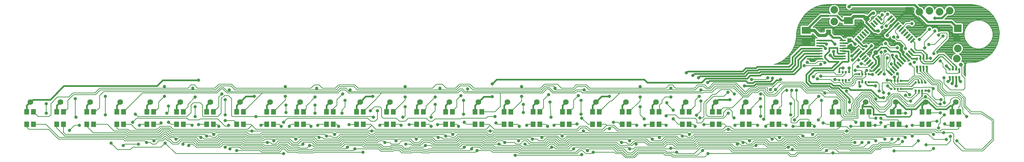
<source format=gtl>
G75*
G70*
%OFA0B0*%
%FSLAX24Y24*%
%IPPOS*%
%LPD*%
%AMOC8*
5,1,8,0,0,1.08239X$1,22.5*
%
%ADD10R,0.0472X0.0512*%
%ADD11R,0.0900X0.0700*%
%ADD12R,0.0220X0.0236*%
%ADD13R,0.0591X0.0197*%
%ADD14R,0.0197X0.0591*%
%ADD15R,0.0630X0.0157*%
%ADD16R,0.0740X0.0740*%
%ADD17C,0.0740*%
%ADD18R,0.0394X0.0433*%
%ADD19R,0.0472X0.0551*%
%ADD20C,0.0560*%
%ADD21C,0.0160*%
%ADD22C,0.0320*%
%ADD23C,0.0140*%
%ADD24C,0.0100*%
%ADD25C,0.0080*%
%ADD26C,0.0120*%
%ADD27C,0.0070*%
%ADD28C,0.0396*%
%ADD29C,0.0200*%
%ADD30C,0.0475*%
%ADD31C,0.0360*%
%ADD32C,0.0240*%
%ADD33C,0.0300*%
%ADD34C,0.0400*%
D10*
X080365Y015006D03*
X081165Y015006D03*
G36*
X083195Y015757D02*
X083528Y016090D01*
X083889Y015729D01*
X083556Y015396D01*
X083195Y015757D01*
G37*
G36*
X083761Y016323D02*
X084094Y016656D01*
X084455Y016295D01*
X084122Y015962D01*
X083761Y016323D01*
G37*
D11*
X082345Y016146D03*
X082345Y014946D03*
X078165Y015166D03*
X078165Y013966D03*
D12*
X089113Y012361D03*
X089428Y012361D03*
X089743Y012361D03*
X090057Y012361D03*
X090057Y011571D03*
X089743Y011571D03*
X089428Y011571D03*
X089113Y011571D03*
X092333Y011321D03*
X092648Y011321D03*
X092963Y011321D03*
X093277Y011321D03*
X093277Y010531D03*
X092963Y010531D03*
X092648Y010531D03*
X092333Y010531D03*
X089927Y010001D03*
X089613Y010001D03*
X089298Y010001D03*
X088983Y010001D03*
X087517Y010161D03*
X087203Y010161D03*
X086888Y010161D03*
X086573Y010161D03*
X084337Y010051D03*
X084023Y010051D03*
X083708Y010051D03*
X083393Y010051D03*
X082397Y010251D03*
X082083Y010251D03*
X081768Y010251D03*
X081453Y010251D03*
X083393Y010841D03*
X083708Y010841D03*
X084023Y010841D03*
X084337Y010841D03*
X082397Y011041D03*
X082083Y011041D03*
X081768Y011041D03*
X081453Y011041D03*
X086573Y009371D03*
X086888Y009371D03*
X087203Y009371D03*
X087517Y009371D03*
X088983Y009211D03*
X089298Y009211D03*
X089613Y009211D03*
X089927Y009211D03*
D13*
G36*
X085721Y011076D02*
X085305Y010660D01*
X085167Y010798D01*
X085583Y011214D01*
X085721Y011076D01*
G37*
G36*
X085498Y011299D02*
X085082Y010883D01*
X084944Y011021D01*
X085360Y011437D01*
X085498Y011299D01*
G37*
G36*
X085276Y011522D02*
X084860Y011106D01*
X084722Y011244D01*
X085138Y011660D01*
X085276Y011522D01*
G37*
G36*
X085053Y011745D02*
X084637Y011329D01*
X084499Y011467D01*
X084915Y011883D01*
X085053Y011745D01*
G37*
G36*
X084830Y011967D02*
X084414Y011551D01*
X084276Y011689D01*
X084692Y012105D01*
X084830Y011967D01*
G37*
G36*
X084607Y012190D02*
X084191Y011774D01*
X084053Y011912D01*
X084469Y012328D01*
X084607Y012190D01*
G37*
G36*
X084385Y012413D02*
X083969Y011997D01*
X083831Y012135D01*
X084247Y012551D01*
X084385Y012413D01*
G37*
G36*
X084162Y012635D02*
X083746Y012219D01*
X083608Y012357D01*
X084024Y012773D01*
X084162Y012635D01*
G37*
G36*
X083939Y012858D02*
X083523Y012442D01*
X083385Y012580D01*
X083801Y012996D01*
X083939Y012858D01*
G37*
G36*
X083717Y013081D02*
X083301Y012665D01*
X083163Y012803D01*
X083579Y013219D01*
X083717Y013081D01*
G37*
G36*
X083494Y013304D02*
X083078Y012888D01*
X082940Y013026D01*
X083356Y013442D01*
X083494Y013304D01*
G37*
G36*
X088728Y014528D02*
X088312Y014112D01*
X088174Y014250D01*
X088590Y014666D01*
X088728Y014528D01*
G37*
G36*
X088505Y014751D02*
X088089Y014335D01*
X087951Y014473D01*
X088367Y014889D01*
X088505Y014751D01*
G37*
G36*
X088282Y014974D02*
X087866Y014558D01*
X087728Y014696D01*
X088144Y015112D01*
X088282Y014974D01*
G37*
G36*
X088059Y015197D02*
X087643Y014781D01*
X087505Y014919D01*
X087921Y015335D01*
X088059Y015197D01*
G37*
G36*
X087837Y015419D02*
X087421Y015003D01*
X087283Y015141D01*
X087699Y015557D01*
X087837Y015419D01*
G37*
G36*
X087614Y015642D02*
X087198Y015226D01*
X087060Y015364D01*
X087476Y015780D01*
X087614Y015642D01*
G37*
G36*
X087391Y015865D02*
X086975Y015449D01*
X086837Y015587D01*
X087253Y016003D01*
X087391Y015865D01*
G37*
G36*
X087169Y016087D02*
X086753Y015671D01*
X086615Y015809D01*
X087031Y016225D01*
X087169Y016087D01*
G37*
G36*
X086946Y016310D02*
X086530Y015894D01*
X086392Y016032D01*
X086808Y016448D01*
X086946Y016310D01*
G37*
G36*
X086723Y016533D02*
X086307Y016117D01*
X086169Y016255D01*
X086585Y016671D01*
X086723Y016533D01*
G37*
G36*
X088950Y014306D02*
X088534Y013890D01*
X088396Y014028D01*
X088812Y014444D01*
X088950Y014306D01*
G37*
D14*
G36*
X088950Y013026D02*
X088812Y012888D01*
X088396Y013304D01*
X088534Y013442D01*
X088950Y013026D01*
G37*
G36*
X088728Y012803D02*
X088590Y012665D01*
X088174Y013081D01*
X088312Y013219D01*
X088728Y012803D01*
G37*
G36*
X088505Y012580D02*
X088367Y012442D01*
X087951Y012858D01*
X088089Y012996D01*
X088505Y012580D01*
G37*
G36*
X088282Y012357D02*
X088144Y012219D01*
X087728Y012635D01*
X087866Y012773D01*
X088282Y012357D01*
G37*
G36*
X088059Y012135D02*
X087921Y011997D01*
X087505Y012413D01*
X087643Y012551D01*
X088059Y012135D01*
G37*
G36*
X087837Y011912D02*
X087699Y011774D01*
X087283Y012190D01*
X087421Y012328D01*
X087837Y011912D01*
G37*
G36*
X087614Y011689D02*
X087476Y011551D01*
X087060Y011967D01*
X087198Y012105D01*
X087614Y011689D01*
G37*
G36*
X087391Y011467D02*
X087253Y011329D01*
X086837Y011745D01*
X086975Y011883D01*
X087391Y011467D01*
G37*
G36*
X087169Y011244D02*
X087031Y011106D01*
X086615Y011522D01*
X086753Y011660D01*
X087169Y011244D01*
G37*
G36*
X086946Y011021D02*
X086808Y010883D01*
X086392Y011299D01*
X086530Y011437D01*
X086946Y011021D01*
G37*
G36*
X086723Y010798D02*
X086585Y010660D01*
X086169Y011076D01*
X086307Y011214D01*
X086723Y010798D01*
G37*
G36*
X083494Y014028D02*
X083356Y013890D01*
X082940Y014306D01*
X083078Y014444D01*
X083494Y014028D01*
G37*
G36*
X083717Y014250D02*
X083579Y014112D01*
X083163Y014528D01*
X083301Y014666D01*
X083717Y014250D01*
G37*
G36*
X083939Y014473D02*
X083801Y014335D01*
X083385Y014751D01*
X083523Y014889D01*
X083939Y014473D01*
G37*
G36*
X084162Y014696D02*
X084024Y014558D01*
X083608Y014974D01*
X083746Y015112D01*
X084162Y014696D01*
G37*
G36*
X084385Y014919D02*
X084247Y014781D01*
X083831Y015197D01*
X083969Y015335D01*
X084385Y014919D01*
G37*
G36*
X084607Y015141D02*
X084469Y015003D01*
X084053Y015419D01*
X084191Y015557D01*
X084607Y015141D01*
G37*
G36*
X084830Y015364D02*
X084692Y015226D01*
X084276Y015642D01*
X084414Y015780D01*
X084830Y015364D01*
G37*
G36*
X085053Y015587D02*
X084915Y015449D01*
X084499Y015865D01*
X084637Y016003D01*
X085053Y015587D01*
G37*
G36*
X085276Y015809D02*
X085138Y015671D01*
X084722Y016087D01*
X084860Y016225D01*
X085276Y015809D01*
G37*
G36*
X085498Y016032D02*
X085360Y015894D01*
X084944Y016310D01*
X085082Y016448D01*
X085498Y016032D01*
G37*
G36*
X085721Y016255D02*
X085583Y016117D01*
X085167Y016533D01*
X085305Y016671D01*
X085721Y016255D01*
G37*
D15*
X081787Y014161D03*
X081787Y013905D03*
X081787Y013649D03*
X081787Y013393D03*
X081787Y013137D03*
X081787Y012881D03*
X081787Y012626D03*
X081787Y012370D03*
X079464Y012370D03*
X079464Y012626D03*
X079464Y012881D03*
X079464Y013137D03*
X079464Y013393D03*
X079464Y013649D03*
X079464Y013905D03*
X079464Y014161D03*
D16*
X088325Y017126D03*
X093135Y015366D03*
D17*
X093035Y014366D03*
X093135Y013366D03*
X093035Y012366D03*
X080925Y016056D03*
X080925Y017196D03*
X089325Y017026D03*
X090325Y017126D03*
X091325Y017026D03*
X092325Y017126D03*
D18*
X082445Y014190D03*
X082445Y013521D03*
D19*
X081405Y007106D03*
X080735Y007106D03*
X078445Y007106D03*
X077775Y007106D03*
X075485Y007106D03*
X074815Y007106D03*
X072525Y007106D03*
X071855Y007106D03*
X069565Y007106D03*
X068895Y007106D03*
X066605Y007106D03*
X065935Y007106D03*
X063645Y007106D03*
X062975Y007106D03*
X060685Y007106D03*
X060015Y007106D03*
X057725Y007106D03*
X057055Y007106D03*
X054765Y007106D03*
X054095Y007106D03*
X051885Y007106D03*
X051215Y007106D03*
X049005Y007106D03*
X048335Y007106D03*
X046125Y007106D03*
X045455Y007106D03*
X043245Y007106D03*
X042575Y007106D03*
X040365Y007106D03*
X039695Y007106D03*
X037405Y007106D03*
X036735Y007106D03*
X034445Y007106D03*
X033775Y007106D03*
X031485Y007106D03*
X030815Y007106D03*
X028525Y007106D03*
X027855Y007106D03*
X025565Y007106D03*
X024895Y007106D03*
X022605Y007106D03*
X021935Y007106D03*
X019645Y007106D03*
X018975Y007106D03*
X016685Y007106D03*
X016015Y007106D03*
X013725Y007106D03*
X013055Y007106D03*
X010765Y007106D03*
X010095Y007106D03*
X007805Y007106D03*
X007135Y007106D03*
X004845Y007106D03*
X004175Y007106D03*
X001885Y007106D03*
X001215Y007106D03*
X001215Y005866D03*
X001885Y005866D03*
X004175Y005866D03*
X004845Y005866D03*
X007135Y005866D03*
X007805Y005866D03*
X010095Y005866D03*
X010765Y005866D03*
X013055Y005866D03*
X013725Y005866D03*
X016015Y005866D03*
X016685Y005866D03*
X018975Y005866D03*
X019645Y005866D03*
X021935Y005866D03*
X022605Y005866D03*
X024895Y005866D03*
X025565Y005866D03*
X027855Y005866D03*
X028525Y005866D03*
X030815Y005866D03*
X031485Y005866D03*
X033775Y005866D03*
X034445Y005866D03*
X036735Y005866D03*
X037405Y005866D03*
X039695Y005866D03*
X040365Y005866D03*
X042575Y005866D03*
X043245Y005866D03*
X045455Y005866D03*
X046125Y005866D03*
X048335Y005866D03*
X049005Y005866D03*
X051215Y005866D03*
X051885Y005866D03*
X054095Y005866D03*
X054765Y005866D03*
X057055Y005866D03*
X057725Y005866D03*
X060015Y005866D03*
X060685Y005866D03*
X062975Y005866D03*
X063645Y005866D03*
X065935Y005866D03*
X066605Y005866D03*
X068895Y005866D03*
X069565Y005866D03*
X071855Y005866D03*
X072525Y005866D03*
X074815Y005866D03*
X075485Y005866D03*
X077775Y005866D03*
X078445Y005866D03*
X080735Y005866D03*
X081405Y005866D03*
X083695Y005866D03*
X084365Y005866D03*
X086655Y005866D03*
X087325Y005866D03*
X089615Y005866D03*
X090285Y005866D03*
X092575Y005866D03*
X093245Y005866D03*
X093245Y007106D03*
X092575Y007106D03*
X090285Y007106D03*
X089615Y007106D03*
X087325Y007106D03*
X086655Y007106D03*
X084365Y007106D03*
X083695Y007106D03*
D20*
X084045Y008086D03*
X081085Y008086D03*
X078125Y008086D03*
X075165Y008086D03*
X072205Y008086D03*
X069245Y008086D03*
X066285Y008086D03*
X063325Y008086D03*
X060365Y008086D03*
X057405Y008086D03*
X054445Y008086D03*
X051565Y008086D03*
X048685Y008086D03*
X045805Y008086D03*
X042925Y008086D03*
X040045Y008086D03*
X037085Y008086D03*
X034125Y008086D03*
X031165Y008086D03*
X028205Y008086D03*
X025245Y008086D03*
X022285Y008086D03*
X019325Y008086D03*
X016365Y008086D03*
X013405Y008086D03*
X010445Y008086D03*
X007485Y008086D03*
X004525Y008086D03*
X001565Y008086D03*
X087005Y008086D03*
X089965Y008086D03*
X092925Y008086D03*
D21*
X092575Y007736D01*
X092575Y007106D01*
X092005Y007366D02*
X090965Y007366D01*
X090245Y008086D01*
X089965Y008086D01*
X089615Y007736D01*
X089615Y007106D01*
X088965Y007366D02*
X088565Y007366D01*
X088005Y007366D01*
X087285Y008086D01*
X087005Y008086D01*
X087015Y007656D01*
X086645Y007286D01*
X086645Y007206D01*
X086655Y007106D01*
X085925Y006846D02*
X084805Y006846D01*
X084805Y007406D01*
X084565Y007646D01*
X083735Y007646D01*
X083695Y007606D01*
X083695Y007106D01*
X083695Y007606D02*
X083695Y007736D01*
X084045Y008086D01*
X082445Y008086D02*
X082445Y008366D01*
X081325Y009486D01*
X080685Y009486D01*
X080485Y009686D01*
X078525Y009686D01*
X078165Y010046D01*
X078165Y010806D01*
X078805Y011446D01*
X080685Y011446D01*
X081325Y012086D01*
X080405Y012086D01*
X080005Y012486D01*
X080005Y012686D01*
X080445Y013126D01*
X080445Y013446D01*
X081245Y013446D01*
X081245Y012966D01*
X081335Y012876D01*
X081773Y012876D01*
X081787Y012881D01*
X081791Y012876D01*
X081799Y013126D02*
X082325Y013126D01*
X082325Y012126D01*
X082285Y012086D01*
X081725Y012086D01*
X080845Y011206D01*
X078965Y011206D01*
X078445Y010686D01*
X078445Y010166D01*
X078685Y009926D01*
X080645Y009926D01*
X080845Y009726D01*
X081465Y009726D01*
X081705Y009486D01*
X082325Y009486D01*
X082525Y009286D01*
X084565Y009286D01*
X085165Y008686D01*
X085225Y008686D01*
X085385Y008526D01*
X085805Y008526D01*
X088965Y007366D02*
X089685Y008086D01*
X089965Y008086D01*
X092005Y007366D02*
X092365Y007726D01*
X092565Y007726D01*
X092925Y008086D01*
X092965Y009686D02*
X092963Y010008D01*
X092963Y010531D01*
X093277Y010531D02*
X093277Y010253D01*
X093405Y010126D01*
X092648Y010008D02*
X092565Y009926D01*
X092648Y010008D02*
X092648Y010531D01*
X092333Y010531D02*
X092333Y010293D01*
X092165Y010126D01*
X093277Y011058D02*
X093277Y011321D01*
X092963Y011321D02*
X092965Y011566D01*
X092648Y011563D02*
X092648Y011321D01*
X092333Y011321D02*
X092008Y011646D01*
X090057Y011571D02*
X090057Y011098D01*
X089743Y011223D02*
X089743Y011571D01*
X089428Y011571D02*
X089428Y011188D01*
X089113Y011098D02*
X089113Y011571D01*
X087560Y012051D02*
X087085Y012526D01*
X087085Y012606D01*
X086885Y012326D02*
X086685Y012526D01*
X086685Y012726D01*
X087205Y013086D02*
X087445Y012846D01*
X087445Y012611D01*
X087782Y012274D01*
X087994Y012496D02*
X087685Y012806D01*
X087685Y012966D01*
X087605Y013046D01*
X087605Y013566D01*
X087285Y013926D01*
X086845Y013926D01*
X086405Y014326D01*
X085685Y014326D01*
X085525Y014166D01*
X085185Y013846D01*
X085145Y013806D01*
X085045Y013806D01*
X084605Y013646D02*
X084069Y013126D01*
X083662Y012719D01*
X083440Y012942D02*
X083205Y012707D01*
X083205Y012686D01*
X082725Y012206D01*
X082725Y012246D01*
X081787Y012370D02*
X081783Y012366D01*
X080885Y012366D01*
X080525Y012726D01*
X080885Y012726D02*
X080885Y013086D01*
X080085Y013366D02*
X080005Y013446D01*
X080005Y013486D01*
X079841Y013649D01*
X079464Y013649D01*
X079464Y013393D02*
X077673Y013393D01*
X076805Y012526D01*
X076805Y011886D01*
X076485Y011566D01*
X073325Y011566D01*
X073205Y011446D01*
X072205Y011446D01*
X071885Y011126D01*
X066485Y011126D01*
X066325Y010966D01*
X066965Y010726D02*
X067125Y010886D01*
X072005Y010886D01*
X072325Y011206D01*
X073365Y011206D01*
X073485Y011326D01*
X076645Y011326D01*
X077085Y011766D01*
X077085Y012406D01*
X077825Y013146D01*
X079433Y013146D01*
X079464Y013137D01*
X079460Y012886D02*
X078005Y012886D01*
X077365Y012246D01*
X077365Y011646D01*
X076805Y011086D01*
X073645Y011086D01*
X073525Y010966D01*
X072445Y010966D01*
X072125Y010646D01*
X067685Y010646D01*
X067525Y010486D01*
X067845Y010006D02*
X068245Y010406D01*
X072325Y010406D01*
X072645Y010726D01*
X073645Y010726D01*
X073765Y010846D01*
X076965Y010846D01*
X077645Y011526D01*
X077645Y012086D01*
X078185Y012626D01*
X079424Y012626D01*
X079464Y012626D01*
X079464Y012881D02*
X079460Y012886D01*
X080885Y012726D02*
X080985Y012626D01*
X081727Y012626D01*
X081787Y012626D01*
X082685Y012646D02*
X083204Y013165D01*
X083217Y013165D01*
X082596Y013406D02*
X082440Y013401D01*
X082445Y013406D01*
X081799Y013406D01*
X081787Y013393D01*
X081787Y013137D02*
X081799Y013126D01*
X082440Y013401D02*
X082445Y013521D01*
X083217Y014167D02*
X083778Y013606D01*
X084085Y013606D01*
X083005Y013806D02*
X082660Y014150D01*
X082445Y014190D01*
X082240Y013905D01*
X081787Y013905D01*
X081787Y014161D02*
X081502Y014446D01*
X081005Y013806D02*
X080650Y014161D01*
X079464Y014161D01*
X079464Y013906D02*
X079464Y013905D01*
X079464Y013906D02*
X080065Y013906D01*
X080165Y013806D01*
X084330Y015280D02*
X084605Y015006D01*
X084605Y014926D01*
X085045Y014486D01*
X085429Y014486D01*
X086892Y015948D01*
X086165Y014776D02*
X086165Y014686D01*
X086085Y013486D02*
X085565Y013486D01*
X085045Y012955D01*
X085045Y012966D01*
X084725Y012646D01*
X084725Y012526D01*
X085045Y012206D01*
X085045Y011886D01*
X084776Y011616D01*
X084776Y011606D01*
X084999Y011383D02*
X085261Y011646D01*
X085365Y011766D01*
X085365Y012406D01*
X085245Y012526D01*
X086885Y012326D02*
X086885Y011846D01*
X087114Y011616D01*
X087114Y011606D01*
X088586Y012361D02*
X089113Y012361D01*
X089428Y012361D02*
X089428Y012623D01*
X089743Y012748D02*
X089743Y012361D01*
X090057Y012361D02*
X090057Y012783D01*
X087205Y013086D02*
X086485Y013086D01*
X086085Y013486D01*
X079464Y012370D02*
X079020Y012366D01*
X078925Y012286D01*
X078605Y012286D01*
X075645Y010326D02*
X075525Y010246D01*
X075245Y010246D01*
X074885Y009886D01*
X073205Y009886D01*
X073005Y009686D01*
X072085Y009686D01*
X072405Y009966D02*
X072205Y010166D01*
X068605Y010166D01*
X068445Y010006D01*
X067845Y010006D02*
X062485Y010006D01*
X062165Y010326D01*
X047605Y010326D01*
X047165Y009886D01*
X047165Y008606D02*
X046325Y008606D01*
X045805Y008086D01*
X045455Y007736D01*
X045455Y007106D01*
X042925Y008086D02*
X042575Y007736D01*
X042575Y007106D01*
X039695Y007106D02*
X039695Y007736D01*
X040045Y008086D01*
X037085Y008086D02*
X036735Y007736D01*
X036735Y007106D01*
X034125Y008086D02*
X033775Y007736D01*
X033775Y007106D01*
X031165Y008086D02*
X030815Y007736D01*
X030815Y007106D01*
X027855Y007106D02*
X027855Y007736D01*
X028205Y008086D01*
X025245Y008086D02*
X024895Y007736D01*
X024895Y007106D01*
X022285Y008086D02*
X021935Y007736D01*
X021935Y007106D01*
X019325Y008086D02*
X018975Y007736D01*
X018975Y007106D01*
X016365Y008086D02*
X016015Y007736D01*
X016015Y007106D01*
X013055Y007106D02*
X013055Y007736D01*
X013405Y008086D01*
X010445Y008086D02*
X010095Y007736D01*
X010095Y007106D01*
X007485Y008086D02*
X007135Y007736D01*
X007135Y007106D01*
X004525Y008086D02*
X004175Y007736D01*
X004175Y007106D01*
X001215Y007106D02*
X001215Y007736D01*
X001525Y008046D01*
X001565Y008086D01*
X001525Y008046D02*
X001845Y008326D01*
X003525Y008326D01*
X004885Y009686D01*
X014085Y009686D01*
X014645Y010246D01*
X018165Y010246D01*
X022285Y008086D02*
X022845Y008646D01*
X023685Y008646D01*
X034125Y008086D02*
X034685Y008646D01*
X035365Y008646D01*
X048335Y007736D02*
X048335Y007106D01*
X051215Y007106D02*
X051215Y007736D01*
X051565Y008086D01*
X054095Y007736D02*
X054095Y007106D01*
X054095Y007736D02*
X054445Y008086D01*
X057055Y007736D02*
X057055Y007106D01*
X057055Y007736D02*
X057405Y008086D01*
X057965Y008646D01*
X058725Y008646D01*
X060015Y007736D02*
X060365Y008086D01*
X060015Y007736D02*
X060015Y007106D01*
X062975Y007106D02*
X062975Y007736D01*
X063325Y008086D01*
X065935Y007736D02*
X065935Y007106D01*
X065935Y007736D02*
X066285Y008086D01*
X068895Y007736D02*
X068895Y007106D01*
X068895Y007736D02*
X069245Y008086D01*
X069485Y008326D01*
X070645Y008326D01*
X071855Y007736D02*
X072205Y008086D01*
X071855Y007736D02*
X071855Y007106D01*
X074815Y007106D02*
X074815Y007736D01*
X075165Y008086D01*
X077775Y007736D02*
X077775Y007106D01*
X077775Y007736D02*
X078125Y008086D01*
X080735Y007736D02*
X080735Y007106D01*
X080735Y007736D02*
X081085Y008086D01*
X073085Y010126D02*
X072925Y009966D01*
X072405Y009966D01*
X073085Y010126D02*
X074645Y010126D01*
X074805Y010286D01*
X074845Y010446D01*
X048685Y008086D02*
X048335Y007736D01*
D22*
X050245Y007846D03*
X050245Y007046D03*
X047445Y006646D03*
X047525Y006006D03*
X049845Y005686D03*
X050565Y005766D03*
X052645Y005686D03*
X053285Y005766D03*
X055525Y005926D03*
X056005Y006486D03*
X055925Y006886D03*
X052965Y006566D03*
X058725Y005446D03*
X056165Y005206D03*
X054085Y004726D03*
X052085Y004566D03*
X051125Y004406D03*
X049765Y004246D03*
X048405Y004086D03*
X047845Y003926D03*
X045685Y003286D03*
X045125Y003446D03*
X044405Y003606D03*
X041845Y004566D03*
X042565Y004726D03*
X043285Y004886D03*
X039685Y004406D03*
X040565Y003766D03*
X038645Y003926D03*
X037685Y004246D03*
X036565Y004086D03*
X033605Y003446D03*
X032885Y003606D03*
X034405Y003126D03*
X029125Y003766D03*
X028485Y003926D03*
X027765Y004406D03*
X025605Y004246D03*
X024965Y004086D03*
X021925Y003286D03*
X021285Y003446D03*
X020805Y003606D03*
X017205Y003766D03*
X016645Y003926D03*
X015925Y004406D03*
X014885Y004006D03*
X013765Y004246D03*
X013045Y004086D03*
X012245Y003926D03*
X010725Y003766D03*
X009525Y004006D03*
X005445Y005286D03*
X006405Y005766D03*
X006085Y006566D03*
X008965Y006806D03*
X011685Y006086D03*
X012325Y005766D03*
X014485Y006006D03*
X015205Y006086D03*
X017525Y005766D03*
X018165Y005846D03*
X020165Y005686D03*
X021125Y005766D03*
X020805Y006246D03*
X020805Y006806D03*
X017845Y006646D03*
X015045Y006966D03*
X015205Y007686D03*
X017845Y007606D03*
X020805Y008326D03*
X020485Y008886D03*
X021205Y009286D03*
X023685Y008646D03*
X026725Y008646D03*
X029685Y008566D03*
X029685Y007766D03*
X026805Y007766D03*
X026805Y007046D03*
X029685Y006966D03*
X032325Y006966D03*
X035125Y007206D03*
X035845Y007206D03*
X035445Y006566D03*
X038325Y006566D03*
X038965Y005846D03*
X038165Y005766D03*
X036085Y005766D03*
X035285Y005206D03*
X033045Y005846D03*
X032005Y005686D03*
X029925Y005766D03*
X029285Y005686D03*
X027125Y005686D03*
X026325Y005686D03*
X026565Y006086D03*
X024325Y005766D03*
X023445Y005206D03*
X019685Y004886D03*
X018965Y004726D03*
X018405Y004566D03*
X026565Y002966D03*
X030085Y004566D03*
X030805Y004726D03*
X031605Y004886D03*
X023845Y006646D03*
X017845Y008566D03*
X014805Y008646D03*
X017605Y009446D03*
X018165Y010246D03*
X014805Y009606D03*
X008965Y008646D03*
X006005Y008406D03*
X003125Y007926D03*
X003125Y006966D03*
X011925Y006886D03*
X026725Y009606D03*
X029845Y009446D03*
X032405Y008886D03*
X033125Y009286D03*
X035365Y008646D03*
X032645Y008246D03*
X038565Y008566D03*
X041525Y008566D03*
X041525Y007846D03*
X038565Y007606D03*
X041125Y006566D03*
X041765Y005846D03*
X041125Y005686D03*
X043845Y005686D03*
X044405Y006086D03*
X044325Y006886D03*
X044325Y008246D03*
X044085Y008726D03*
X044725Y009366D03*
X042005Y009446D03*
X038565Y009606D03*
X047165Y009886D03*
X050085Y009606D03*
X053365Y009446D03*
X052725Y008806D03*
X052885Y008086D03*
X050085Y008646D03*
X047165Y008606D03*
X055685Y008726D03*
X055925Y008246D03*
X058725Y008646D03*
X056245Y009286D03*
X061765Y009606D03*
X064805Y009446D03*
X067605Y008646D03*
X067765Y009286D03*
X070445Y009046D03*
X071085Y008886D03*
X073685Y008886D03*
X074645Y009326D03*
X075125Y009326D03*
X076245Y009246D03*
X076725Y009246D03*
X077205Y009246D03*
X079405Y008646D03*
X080005Y008966D03*
X082125Y009166D03*
X083485Y009646D03*
X085005Y009686D03*
X086215Y009676D03*
X086165Y010246D03*
X086885Y010546D03*
X087185Y010886D03*
X085885Y010846D03*
X084715Y010806D03*
X084125Y011206D03*
X083285Y011566D03*
X083605Y011886D03*
X082405Y011446D03*
X081805Y011446D03*
X083005Y011206D03*
X080005Y011966D03*
X079605Y011806D03*
X078285Y012006D03*
X078605Y012286D03*
X077965Y011686D03*
X080525Y012726D03*
X080885Y013086D03*
X080085Y013366D03*
X080165Y013806D03*
X081005Y013806D03*
X082925Y013406D03*
X084085Y013606D03*
X084605Y013646D03*
X085045Y013806D03*
X086005Y013886D03*
X087165Y013446D03*
X087965Y013366D03*
X089885Y013446D03*
X090285Y013766D03*
X090765Y012886D03*
X090445Y012426D03*
X091405Y012146D03*
X088845Y012006D03*
X088445Y011846D03*
X086565Y011846D03*
X086165Y012446D03*
X086685Y012726D03*
X087085Y012606D03*
X085965Y013126D03*
X085565Y013006D03*
X085245Y012526D03*
X083325Y012246D03*
X082725Y012246D03*
X082685Y012646D03*
X083005Y013806D03*
X085045Y014486D03*
X086805Y014526D03*
X087205Y014526D03*
X089325Y014286D03*
X091245Y014726D03*
X091685Y014606D03*
X090885Y015126D03*
X090325Y015286D03*
X088605Y015846D03*
X086085Y015606D03*
X085645Y015486D03*
X090885Y016366D03*
X086205Y016766D03*
X085685Y016726D03*
X079685Y015206D03*
X078885Y014446D03*
X092005Y011646D03*
X091765Y010486D03*
X092165Y010126D03*
X092565Y009926D03*
X092965Y009686D03*
X093405Y010126D03*
X090715Y009406D03*
X090285Y009166D03*
X088385Y008826D03*
X087965Y008746D03*
X086325Y008926D03*
X085805Y009006D03*
X085365Y009166D03*
X085805Y008526D03*
X085045Y008366D03*
X082445Y008086D03*
X082485Y007246D03*
X085045Y006486D03*
X085525Y006486D03*
X085525Y006046D03*
X085965Y005646D03*
X084965Y005766D03*
X083085Y006086D03*
X082565Y005686D03*
X082165Y005206D03*
X079845Y006006D03*
X078965Y005686D03*
X076885Y005686D03*
X076165Y005766D03*
X074165Y005686D03*
X073365Y005766D03*
X071125Y005766D03*
X070485Y005366D03*
X068085Y005846D03*
X067205Y005686D03*
X064325Y005766D03*
X062245Y005766D03*
X061445Y005766D03*
X059125Y006086D03*
X062165Y006406D03*
X064325Y006726D03*
X065045Y006406D03*
X067325Y006766D03*
X067685Y006526D03*
X070485Y006966D03*
X071045Y006526D03*
X073685Y006686D03*
X073965Y006366D03*
X076645Y006806D03*
X077005Y006326D03*
X079365Y006326D03*
X076645Y007926D03*
X073685Y007606D03*
X070645Y008326D03*
X073645Y008406D03*
X072085Y009686D03*
X072765Y010326D03*
X074365Y010486D03*
X074845Y010446D03*
X075645Y010326D03*
X078885Y010566D03*
X079285Y010366D03*
X079605Y010646D03*
X081005Y010326D03*
X079685Y008246D03*
X087965Y006966D03*
X091085Y006166D03*
X091845Y005926D03*
X091245Y005526D03*
X091725Y005046D03*
X092405Y004686D03*
X092005Y004366D03*
X093045Y004246D03*
X090725Y004886D03*
X089245Y004246D03*
X087925Y004566D03*
X087285Y004406D03*
X087685Y004166D03*
X086645Y004406D03*
X085925Y004406D03*
X085045Y004246D03*
X084325Y004086D03*
X083685Y004086D03*
X082965Y004086D03*
X080165Y003286D03*
X080805Y003046D03*
X076805Y003366D03*
X076405Y003606D03*
X074805Y004406D03*
X075525Y004566D03*
X077845Y004726D03*
X078805Y004886D03*
X073205Y003766D03*
X071925Y004086D03*
X071365Y003926D03*
X072565Y004246D03*
X067925Y003286D03*
X068485Y002966D03*
X065365Y003126D03*
X064805Y003526D03*
X062965Y004406D03*
X063685Y004566D03*
X065925Y004726D03*
X066645Y004886D03*
X061365Y003926D03*
X059925Y004086D03*
X060725Y004246D03*
X060725Y003446D03*
X057125Y003126D03*
X056565Y003286D03*
X055205Y003446D03*
X056005Y002886D03*
X053045Y003606D03*
X050405Y003926D03*
X049445Y002806D03*
X046965Y005206D03*
X061765Y007606D03*
X064405Y008006D03*
X064805Y008566D03*
X067765Y008166D03*
X065045Y007286D03*
X061765Y008566D03*
X068445Y010006D03*
X067525Y010486D03*
X066965Y010726D03*
X066325Y010966D03*
X088485Y008166D03*
X089925Y008606D03*
X091485Y008326D03*
X091805Y008006D03*
X091405Y007886D03*
X091405Y007006D03*
X091805Y006806D03*
X094005Y006646D03*
X088645Y005766D03*
X088085Y005686D03*
X088645Y004726D03*
X090005Y003846D03*
X090725Y003486D03*
X086845Y003246D03*
D23*
X086165Y006606D02*
X088365Y006606D01*
X088565Y006806D01*
X088565Y007366D01*
X086165Y006606D02*
X085925Y006846D01*
X086573Y010161D02*
X086520Y010241D01*
X086165Y010246D01*
X086433Y010937D02*
X086085Y011286D01*
X082405Y011446D02*
X082405Y011048D01*
X081453Y011078D02*
X081445Y011406D01*
X081485Y011446D01*
X081805Y011446D01*
X086165Y014776D02*
X087114Y015726D01*
D24*
X085845Y016046D02*
X085645Y015846D01*
X085547Y015846D01*
X085221Y016171D01*
X085444Y016394D02*
X085285Y016553D01*
X085445Y016446D01*
X085485Y016526D01*
X085685Y016726D01*
X088673Y014167D02*
X088885Y013955D01*
X088885Y013366D01*
X089045Y013206D01*
X089645Y013206D01*
X090057Y012783D01*
X089743Y012748D02*
X089525Y012966D01*
X088872Y012966D01*
X088673Y013165D01*
X088451Y012942D02*
X088667Y012726D01*
X089325Y012726D01*
X089428Y012623D01*
X088586Y012361D02*
X088228Y012719D01*
X089428Y012361D02*
X089445Y012343D01*
X089445Y012166D01*
X089725Y011886D01*
X090685Y011886D01*
X091385Y012586D01*
X091605Y012586D01*
X092648Y011563D01*
X092725Y011806D02*
X091745Y012786D01*
X091285Y012786D01*
X090585Y012086D01*
X089885Y012086D01*
X089765Y012206D01*
X089765Y012338D01*
X089743Y012361D01*
X092725Y011806D02*
X092765Y011806D01*
X092965Y011606D01*
X092965Y011566D01*
X081765Y010248D02*
X081765Y010006D01*
D25*
X010165Y003366D02*
X009525Y004006D01*
X010725Y003766D02*
X010885Y003926D01*
X012245Y003926D01*
X011685Y003606D02*
X014485Y003606D01*
X014885Y004006D01*
X015925Y002966D01*
X026565Y002966D01*
X026165Y003126D02*
X026485Y003446D01*
X026645Y003446D01*
X026965Y003126D01*
X027845Y003126D01*
X027925Y003046D01*
X029525Y003046D01*
X029605Y003126D01*
X034405Y003126D01*
X033605Y003446D02*
X033445Y003286D01*
X029525Y003286D01*
X029445Y003206D01*
X028005Y003206D01*
X027925Y003286D01*
X027045Y003286D01*
X026725Y003606D01*
X026405Y003606D01*
X026085Y003286D01*
X024485Y003286D01*
X024325Y003446D01*
X022405Y003446D01*
X022245Y003606D01*
X021445Y003606D01*
X021285Y003446D01*
X020965Y003766D02*
X020805Y003606D01*
X020965Y003766D02*
X022325Y003766D01*
X022485Y003606D01*
X024405Y003606D01*
X024565Y003446D01*
X026005Y003446D01*
X026325Y003766D01*
X026805Y003766D01*
X027125Y003446D01*
X028005Y003446D01*
X028085Y003366D01*
X029365Y003366D01*
X029445Y003446D01*
X032725Y003446D01*
X032885Y003606D01*
X033045Y003766D01*
X034325Y003766D01*
X034485Y003606D01*
X036005Y003606D01*
X036245Y003366D01*
X037285Y003366D01*
X037365Y003446D01*
X038085Y003446D01*
X038325Y003206D01*
X039125Y003206D01*
X039205Y003286D01*
X040245Y003286D01*
X040325Y003206D01*
X040885Y003206D01*
X040965Y003286D01*
X044965Y003286D01*
X045125Y003446D01*
X045125Y003606D01*
X045925Y003606D01*
X046085Y003446D01*
X047125Y003446D01*
X047285Y003286D01*
X049765Y003286D01*
X049925Y003126D01*
X055445Y003126D01*
X055765Y003446D01*
X056405Y003446D01*
X056565Y003286D01*
X056725Y003446D01*
X059125Y003446D01*
X059445Y003126D01*
X060005Y003126D01*
X060405Y002726D01*
X061125Y002726D01*
X061525Y003126D01*
X064165Y003126D01*
X064325Y002966D01*
X064885Y002966D01*
X065045Y002806D01*
X067445Y002806D01*
X067925Y003286D01*
X068085Y003446D01*
X070565Y003446D01*
X070885Y003126D01*
X076405Y003126D01*
X076645Y002886D01*
X077045Y002886D01*
X077285Y003126D01*
X080005Y003126D01*
X080165Y003286D01*
X080325Y003446D01*
X081045Y003446D01*
X081365Y003126D01*
X084485Y003126D01*
X084885Y003526D01*
X085365Y003526D01*
X085605Y003766D01*
X086485Y003766D01*
X086565Y003846D01*
X087365Y003846D01*
X087685Y004166D01*
X087285Y004406D02*
X086885Y004006D01*
X086485Y004006D01*
X086405Y003926D01*
X085525Y003926D01*
X085285Y003686D01*
X084805Y003686D01*
X084405Y003286D01*
X082565Y003286D01*
X082405Y003446D01*
X081285Y003446D01*
X081125Y003606D01*
X079925Y003606D01*
X079605Y003286D01*
X076885Y003286D01*
X076805Y003366D01*
X076725Y003286D01*
X070965Y003286D01*
X070645Y003606D01*
X067765Y003606D01*
X067125Y002966D01*
X065525Y002966D01*
X065365Y003126D01*
X064405Y003126D01*
X064245Y003286D01*
X061445Y003286D01*
X061045Y002886D01*
X060485Y002886D01*
X060085Y003286D01*
X059525Y003286D01*
X059205Y003606D01*
X055365Y003606D01*
X055205Y003446D01*
X055045Y003286D01*
X050005Y003286D01*
X049845Y003446D01*
X047365Y003446D01*
X047205Y003606D01*
X046165Y003606D01*
X046005Y003766D01*
X044565Y003766D01*
X044405Y003606D01*
X044245Y003446D01*
X040885Y003446D01*
X040805Y003366D01*
X040405Y003366D01*
X040325Y003446D01*
X039125Y003446D01*
X039045Y003366D01*
X038405Y003366D01*
X038165Y003606D01*
X037285Y003606D01*
X037205Y003526D01*
X036325Y003526D01*
X036085Y003766D01*
X034565Y003766D01*
X034405Y003926D01*
X032645Y003926D01*
X032325Y003606D01*
X029605Y003606D01*
X029445Y003766D01*
X029125Y003766D01*
X028885Y003526D01*
X028165Y003526D01*
X028085Y003606D01*
X027205Y003606D01*
X026885Y003926D01*
X026245Y003926D01*
X025925Y003606D01*
X024645Y003606D01*
X024485Y003766D01*
X022565Y003766D01*
X022405Y003926D01*
X020645Y003926D01*
X020325Y003606D01*
X017925Y003606D01*
X017605Y003926D01*
X017205Y003926D01*
X017205Y003766D01*
X017685Y004086D02*
X018005Y003766D01*
X020245Y003766D01*
X020565Y004086D01*
X022485Y004086D01*
X022645Y003926D01*
X024565Y003926D01*
X024725Y003766D01*
X025845Y003766D01*
X026165Y004086D01*
X027045Y004086D01*
X027365Y003766D01*
X028325Y003766D01*
X028485Y003926D01*
X028485Y004086D01*
X029365Y004086D01*
X029685Y003766D01*
X032245Y003766D01*
X032565Y004086D01*
X034485Y004086D01*
X034645Y003926D01*
X036165Y003926D01*
X036405Y003686D01*
X037125Y003686D01*
X037205Y003766D01*
X038245Y003766D01*
X038485Y003526D01*
X038965Y003526D01*
X039045Y003606D01*
X040405Y003606D01*
X040565Y003766D01*
X041125Y003766D01*
X041285Y003606D01*
X043925Y003606D01*
X044245Y003926D01*
X046085Y003926D01*
X046245Y003766D01*
X047285Y003766D01*
X047445Y003606D01*
X049925Y003606D01*
X050085Y003446D01*
X052885Y003446D01*
X053045Y003606D01*
X053285Y003606D01*
X053445Y003446D01*
X054725Y003446D01*
X055045Y003766D01*
X059285Y003766D01*
X059605Y003446D01*
X060165Y003446D01*
X060565Y003046D01*
X060965Y003046D01*
X061365Y003446D01*
X064725Y003446D01*
X064805Y003526D01*
X065125Y003526D01*
X065205Y003446D01*
X067365Y003446D01*
X067685Y003766D01*
X070725Y003766D01*
X071045Y003446D01*
X076085Y003446D01*
X076245Y003606D01*
X076405Y003606D01*
X076565Y003766D01*
X076885Y003766D01*
X077205Y003446D01*
X079525Y003446D01*
X079845Y003766D01*
X081205Y003766D01*
X081365Y003606D01*
X082485Y003606D01*
X082645Y003446D01*
X084325Y003446D01*
X084725Y003846D01*
X085205Y003846D01*
X085445Y004086D01*
X086325Y004086D01*
X086645Y004406D01*
X085925Y004406D02*
X085765Y004566D01*
X082725Y004566D01*
X082565Y004406D01*
X081765Y004406D01*
X081605Y004566D01*
X079445Y004566D01*
X079125Y004246D01*
X077605Y004246D01*
X077285Y004566D01*
X076005Y004566D01*
X075685Y004246D01*
X075365Y004246D01*
X075045Y004566D01*
X074965Y004566D01*
X074805Y004406D01*
X074645Y004566D01*
X067285Y004566D01*
X066965Y004246D01*
X065605Y004246D01*
X065285Y004566D01*
X064165Y004566D01*
X063845Y004246D01*
X063125Y004246D01*
X062965Y004406D01*
X062805Y004566D01*
X054645Y004566D01*
X054325Y004246D01*
X053845Y004246D01*
X053525Y004566D01*
X052565Y004566D01*
X052245Y004246D01*
X051765Y004246D01*
X051605Y004406D01*
X051125Y004406D01*
X050965Y004566D01*
X047525Y004566D01*
X047365Y004406D01*
X046565Y004406D01*
X046405Y004566D01*
X043925Y004566D01*
X043605Y004246D01*
X041605Y004246D01*
X041285Y004566D01*
X039845Y004566D01*
X039685Y004406D01*
X039525Y004566D01*
X035845Y004566D01*
X035685Y004406D01*
X034885Y004406D01*
X034725Y004566D01*
X032325Y004566D01*
X032005Y004246D01*
X029925Y004246D01*
X029605Y004566D01*
X028005Y004566D01*
X027845Y004406D01*
X027765Y004406D01*
X027605Y004566D01*
X024645Y004566D01*
X024485Y004406D01*
X022885Y004406D01*
X022725Y004566D01*
X020325Y004566D01*
X020005Y004246D01*
X018245Y004246D01*
X017925Y004566D01*
X016245Y004566D01*
X016085Y004406D01*
X015925Y004406D01*
X015765Y004566D01*
X015285Y004566D01*
X014965Y004886D01*
X014805Y004886D01*
X014485Y004566D01*
X011045Y004566D01*
X010885Y004726D01*
X004965Y004726D01*
X004175Y005516D01*
X004175Y005866D01*
X004845Y005866D02*
X004845Y005726D01*
X004845Y005866D02*
X004845Y005086D01*
X005045Y004886D01*
X010965Y004886D01*
X011125Y004726D01*
X014405Y004726D01*
X014725Y005046D01*
X015045Y005046D01*
X015365Y004726D01*
X018245Y004726D01*
X018405Y004566D01*
X018405Y004726D01*
X018725Y004406D01*
X019925Y004406D01*
X020245Y004726D01*
X022805Y004726D01*
X022965Y004566D01*
X024405Y004566D01*
X024565Y004726D01*
X029925Y004726D01*
X030085Y004566D01*
X030405Y004566D01*
X030565Y004406D01*
X031925Y004406D01*
X032245Y004726D01*
X034805Y004726D01*
X034965Y004566D01*
X035605Y004566D01*
X035765Y004726D01*
X041685Y004726D01*
X041845Y004566D01*
X042165Y004566D01*
X042325Y004406D01*
X043525Y004406D01*
X043845Y004726D01*
X046485Y004726D01*
X046645Y004566D01*
X047285Y004566D01*
X047445Y004726D01*
X051925Y004726D01*
X052085Y004566D01*
X052245Y004726D01*
X053605Y004726D01*
X053925Y004406D01*
X054245Y004406D01*
X054565Y004726D01*
X063525Y004726D01*
X063685Y004566D01*
X063845Y004726D01*
X065365Y004726D01*
X065685Y004406D01*
X066885Y004406D01*
X067205Y004726D01*
X075365Y004726D01*
X075525Y004566D01*
X075685Y004726D01*
X077365Y004726D01*
X077685Y004406D01*
X079045Y004406D01*
X079365Y004726D01*
X081685Y004726D01*
X081845Y004566D01*
X082485Y004566D01*
X082645Y004726D01*
X087765Y004726D01*
X087925Y004566D01*
X088485Y004886D02*
X082565Y004886D01*
X082405Y004726D01*
X081925Y004726D01*
X081765Y004886D01*
X079285Y004886D01*
X078965Y004566D01*
X078005Y004566D01*
X077845Y004726D01*
X077685Y004886D01*
X067125Y004886D01*
X066805Y004566D01*
X066485Y004566D01*
X066325Y004726D01*
X065925Y004726D01*
X065765Y004886D01*
X054245Y004886D01*
X054085Y004726D01*
X053925Y004886D01*
X047365Y004886D01*
X047205Y004726D01*
X046725Y004726D01*
X046565Y004886D01*
X043765Y004886D01*
X043445Y004566D01*
X043125Y004566D01*
X042965Y004726D01*
X042565Y004726D01*
X042405Y004886D01*
X035685Y004886D01*
X035525Y004726D01*
X035045Y004726D01*
X034885Y004886D01*
X032165Y004886D01*
X031845Y004566D01*
X031445Y004566D01*
X031285Y004726D01*
X030805Y004726D01*
X030645Y004886D01*
X024485Y004886D01*
X024325Y004726D01*
X023045Y004726D01*
X022885Y004886D01*
X020165Y004886D01*
X019845Y004566D01*
X019525Y004566D01*
X019365Y004726D01*
X018965Y004726D01*
X018805Y004886D01*
X015445Y004886D01*
X015125Y005206D01*
X014645Y005206D01*
X014325Y004886D01*
X011205Y004886D01*
X011045Y005046D01*
X007765Y005046D01*
X007135Y005676D01*
X007135Y005866D01*
X007805Y005866D02*
X009185Y005866D01*
X009845Y005206D01*
X011125Y005206D01*
X011285Y005046D01*
X014245Y005046D01*
X014565Y005366D01*
X015205Y005366D01*
X015525Y005046D01*
X019525Y005046D01*
X019685Y004886D01*
X019845Y005046D01*
X022965Y005046D01*
X023125Y004886D01*
X024245Y004886D01*
X024405Y005046D01*
X031445Y005046D01*
X031605Y004886D01*
X031765Y005046D01*
X034965Y005046D01*
X035125Y004886D01*
X035445Y004886D01*
X035605Y005046D01*
X043125Y005046D01*
X043285Y004886D01*
X043445Y005046D01*
X046645Y005046D01*
X046805Y004886D01*
X047125Y004886D01*
X047285Y005046D01*
X056005Y005046D01*
X056165Y005206D01*
X056325Y005046D01*
X066485Y005046D01*
X066645Y004886D01*
X066805Y005046D01*
X078645Y005046D01*
X078805Y004886D01*
X078965Y005046D01*
X081845Y005046D01*
X082005Y004886D01*
X082325Y004886D01*
X082485Y005046D01*
X090565Y005046D01*
X090725Y004886D01*
X091045Y005046D02*
X090885Y005206D01*
X082165Y005206D01*
X070805Y005206D01*
X070645Y005366D01*
X070485Y005366D01*
X070245Y005366D01*
X070085Y005206D01*
X059525Y005206D01*
X059125Y005606D01*
X058885Y005606D01*
X058725Y005446D01*
X058405Y005446D01*
X058165Y005206D01*
X056725Y005206D01*
X056405Y005526D01*
X055925Y005526D01*
X055605Y005206D01*
X046965Y005206D01*
X035285Y005206D01*
X023445Y005206D01*
X015605Y005206D01*
X015285Y005526D01*
X014485Y005526D01*
X014165Y005206D01*
X011365Y005206D01*
X011205Y005366D01*
X010245Y005366D01*
X010095Y005516D01*
X010095Y005866D01*
X010765Y005866D02*
X011505Y005866D01*
X012005Y005366D01*
X014085Y005366D01*
X014405Y005686D01*
X015365Y005686D01*
X015685Y005366D01*
X023045Y005366D01*
X023445Y005766D01*
X023345Y005866D01*
X022605Y005866D01*
X021935Y005866D02*
X021905Y006026D01*
X021685Y006246D01*
X020805Y006246D01*
X020805Y005686D02*
X020085Y006406D01*
X018325Y006406D01*
X018245Y006326D01*
X017205Y006326D01*
X017045Y006486D01*
X012085Y006486D01*
X011685Y006086D01*
X012325Y005766D02*
X012425Y005866D01*
X013055Y005866D01*
X013725Y005866D02*
X014385Y005866D01*
X014485Y006006D01*
X015205Y006086D02*
X015465Y005866D01*
X016015Y005866D01*
X016685Y005866D02*
X017425Y005866D01*
X017525Y005766D01*
X018165Y005846D02*
X018185Y005866D01*
X018975Y005866D01*
X019645Y005866D02*
X019985Y005866D01*
X020165Y005686D01*
X020805Y005686D02*
X021045Y005686D01*
X021125Y005766D01*
X023445Y005766D02*
X023845Y005366D01*
X034885Y005366D01*
X035285Y005766D01*
X035185Y005866D01*
X034445Y005866D01*
X033775Y005866D02*
X033585Y005866D01*
X033365Y005846D01*
X033045Y005846D01*
X032005Y005686D02*
X031825Y005866D01*
X031485Y005866D01*
X030815Y005866D02*
X030025Y005866D01*
X029925Y005766D01*
X029285Y005686D02*
X029105Y005866D01*
X028525Y005866D01*
X027855Y005866D02*
X027305Y005866D01*
X027125Y005686D01*
X026325Y005686D02*
X026145Y005866D01*
X025565Y005866D01*
X024895Y005866D02*
X024425Y005866D01*
X024325Y005766D01*
X026565Y006086D02*
X026965Y006486D01*
X034885Y006486D01*
X035205Y006166D01*
X035605Y006166D01*
X035845Y006406D01*
X035845Y007206D01*
X036245Y007446D02*
X036085Y007606D01*
X035525Y007606D01*
X035125Y007206D01*
X034445Y007106D02*
X035685Y008346D01*
X036245Y008966D01*
X032965Y008966D01*
X032645Y009286D01*
X032245Y009286D01*
X031925Y008966D01*
X024485Y008966D01*
X023765Y008266D01*
X022605Y007106D01*
X021525Y006646D02*
X023845Y006646D01*
X035365Y006646D01*
X035445Y006566D01*
X036245Y006646D02*
X036405Y006486D01*
X037685Y006486D01*
X038005Y006166D01*
X038565Y006166D01*
X038885Y006486D01*
X040645Y006486D01*
X040965Y006166D01*
X041285Y006166D01*
X041525Y006406D01*
X044005Y006406D01*
X044085Y006486D01*
X046565Y006486D01*
X046725Y006646D01*
X047445Y006646D01*
X047425Y007106D02*
X046125Y007106D01*
X047425Y007106D02*
X047965Y007646D01*
X047965Y008966D01*
X048005Y008966D01*
X050085Y008646D02*
X050085Y008186D01*
X049005Y007106D01*
X050245Y007046D02*
X050245Y007846D01*
X051885Y007166D02*
X052245Y007526D01*
X052245Y008326D01*
X052725Y008806D01*
X053125Y008966D02*
X052725Y009366D01*
X052565Y009366D01*
X052165Y008966D01*
X044405Y008966D01*
X044165Y009206D01*
X044005Y009206D01*
X043765Y008966D01*
X036245Y008966D01*
X033925Y009446D02*
X033605Y009766D01*
X032005Y009766D01*
X031685Y009446D01*
X030405Y009446D01*
X030085Y009766D01*
X029605Y009766D01*
X029285Y009446D01*
X026725Y009446D01*
X026725Y009606D01*
X026725Y009446D02*
X021845Y009446D01*
X021445Y009846D01*
X020165Y009846D01*
X019765Y009446D01*
X018085Y009446D01*
X017765Y009766D01*
X017445Y009766D01*
X017125Y009446D01*
X014805Y009446D01*
X014805Y009606D01*
X014805Y009446D02*
X008405Y009446D01*
X007925Y008966D01*
X005765Y008966D01*
X005365Y008566D01*
X004245Y008566D01*
X003605Y007926D01*
X003605Y006806D01*
X003445Y006646D01*
X002345Y006646D01*
X001885Y007106D01*
X003125Y006966D02*
X003125Y007926D01*
X004945Y007106D02*
X005285Y007446D01*
X005285Y008246D01*
X005845Y008806D01*
X008005Y008806D01*
X008485Y009286D01*
X017605Y009286D01*
X017605Y009446D01*
X017605Y009286D02*
X019845Y009286D01*
X020245Y009686D01*
X021365Y009686D01*
X021765Y009286D01*
X029845Y009286D01*
X029845Y009446D01*
X029845Y009286D02*
X031765Y009286D01*
X032085Y009606D01*
X033525Y009606D01*
X033845Y009286D01*
X042005Y009286D01*
X042005Y009446D01*
X042005Y009286D02*
X043605Y009286D01*
X044005Y009686D01*
X044885Y009686D01*
X045285Y009286D01*
X052005Y009286D01*
X052405Y009686D01*
X053205Y009686D01*
X053365Y009526D01*
X053365Y009446D01*
X053365Y009286D01*
X055205Y009286D01*
X055525Y009606D01*
X056405Y009606D01*
X056725Y009286D01*
X064645Y009286D01*
X064805Y009446D01*
X064965Y009286D01*
X067205Y009286D01*
X067525Y009606D01*
X068085Y009606D01*
X068325Y009366D01*
X068645Y009366D01*
X069085Y009806D01*
X071165Y009806D01*
X072085Y008886D01*
X072245Y008886D01*
X072685Y009326D01*
X073205Y009326D01*
X073405Y009526D01*
X074325Y009526D01*
X074325Y009166D01*
X074485Y009006D01*
X074805Y009006D01*
X075125Y009326D01*
X075685Y009886D01*
X077765Y009886D01*
X078325Y009326D01*
X080285Y009326D01*
X080485Y009126D01*
X081125Y009126D01*
X081965Y008286D01*
X081965Y006926D01*
X082085Y006806D01*
X082965Y006806D01*
X082965Y007646D01*
X083125Y007806D01*
X083125Y008246D01*
X083765Y008886D01*
X084405Y008886D01*
X084765Y008526D01*
X084765Y008246D01*
X085445Y007566D01*
X085885Y007566D01*
X086285Y007966D01*
X086285Y008486D01*
X086685Y008886D01*
X087365Y008886D01*
X088085Y008166D01*
X088485Y008166D01*
X089298Y008978D01*
X089605Y008926D02*
X089613Y008918D01*
X089605Y008926D02*
X090085Y008926D01*
X091125Y007886D01*
X091405Y007886D01*
X091805Y008006D02*
X091805Y008566D01*
X091125Y009246D01*
X091125Y009726D01*
X091085Y009766D01*
X090605Y009766D01*
X089425Y010926D01*
X089205Y010926D01*
X089113Y011018D01*
X089113Y011098D01*
X089125Y011086D01*
X089428Y011188D02*
X089445Y011166D01*
X090685Y009926D01*
X091165Y009926D01*
X091285Y009806D01*
X091285Y009326D01*
X091885Y008726D01*
X093165Y008726D01*
X093525Y008366D01*
X093525Y007566D01*
X093645Y007446D01*
X093645Y007006D01*
X094005Y006646D01*
X094445Y006926D02*
X095485Y006926D01*
X096525Y006246D01*
X096525Y004406D01*
X095525Y003406D01*
X093885Y003406D01*
X093045Y004246D01*
X092725Y004086D02*
X092725Y004886D01*
X092565Y005046D01*
X091725Y005046D01*
X091045Y005046D01*
X091125Y005206D02*
X090965Y005366D01*
X082445Y005366D01*
X082165Y005646D01*
X081525Y005646D01*
X081525Y006126D01*
X081725Y006326D01*
X082845Y006326D01*
X083085Y006086D01*
X083285Y006486D02*
X081845Y006486D01*
X081605Y006726D01*
X081605Y007046D01*
X081605Y008166D01*
X081205Y008566D01*
X080005Y008566D01*
X079605Y008966D01*
X078205Y008966D01*
X077605Y009566D01*
X076045Y009566D01*
X075165Y008686D01*
X074325Y008686D01*
X074005Y009006D01*
X074005Y009206D01*
X073565Y009206D01*
X073365Y009006D01*
X072845Y009006D01*
X072405Y008566D01*
X071925Y008566D01*
X070885Y007526D01*
X069985Y007526D01*
X069565Y007106D01*
X070005Y007046D02*
X070325Y007366D01*
X070645Y007366D01*
X070885Y007126D01*
X070885Y006686D01*
X071045Y006526D01*
X070485Y006966D02*
X070005Y006486D01*
X068165Y006486D01*
X068005Y006326D01*
X068005Y006206D01*
X067805Y006006D01*
X067365Y006006D01*
X067365Y006326D01*
X067205Y006486D01*
X065605Y006486D01*
X065285Y006806D01*
X064405Y006806D01*
X064325Y006726D01*
X065045Y006406D02*
X065545Y005866D01*
X065935Y005866D01*
X066605Y005866D02*
X067025Y005866D01*
X067205Y005686D01*
X068085Y005846D02*
X068225Y005866D01*
X068895Y005866D01*
X069565Y005866D02*
X069625Y005926D01*
X070085Y005926D01*
X070245Y005766D01*
X070245Y005686D01*
X069925Y005366D01*
X059605Y005366D01*
X059205Y005766D01*
X058485Y005766D01*
X058385Y005866D01*
X057725Y005866D01*
X058085Y005366D02*
X058485Y005766D01*
X059605Y006086D02*
X059845Y005846D01*
X059995Y005846D01*
X060015Y005866D01*
X059605Y006086D02*
X059125Y006086D01*
X060685Y005866D02*
X061345Y005866D01*
X061445Y005766D01*
X062245Y005766D02*
X062345Y005866D01*
X062975Y005866D01*
X063645Y005866D02*
X064225Y005866D01*
X064325Y005766D01*
X062165Y006406D02*
X061765Y006806D01*
X061765Y007606D01*
X061765Y008186D02*
X060685Y007106D01*
X058805Y008186D02*
X057725Y007106D01*
X055925Y006886D02*
X055925Y008246D01*
X055685Y008726D02*
X055205Y008246D01*
X055205Y007526D01*
X054785Y007106D01*
X054765Y007106D01*
X052965Y006566D02*
X052885Y008086D01*
X053125Y008966D02*
X055365Y008966D01*
X055525Y009126D01*
X055925Y009126D01*
X056085Y008966D01*
X059765Y008966D01*
X058985Y008186D01*
X058805Y008186D01*
X059765Y008966D02*
X068005Y008966D01*
X068085Y009046D01*
X068885Y009046D01*
X069325Y009486D01*
X071005Y009486D01*
X071925Y008566D01*
X072005Y008726D02*
X072325Y008726D01*
X072765Y009166D01*
X073285Y009166D01*
X073485Y009366D01*
X074165Y009366D01*
X074165Y009086D01*
X074405Y008846D01*
X075085Y008846D01*
X075965Y009726D01*
X077685Y009726D01*
X078245Y009166D01*
X079805Y009166D01*
X080005Y008966D01*
X081045Y008966D01*
X081805Y008206D01*
X081805Y006766D01*
X081925Y006646D01*
X083125Y006646D01*
X083125Y007566D01*
X083285Y007726D01*
X083285Y008166D01*
X083845Y008726D01*
X084325Y008726D01*
X084605Y008446D01*
X084605Y008166D01*
X085385Y007386D01*
X085945Y007386D01*
X086445Y007886D01*
X086445Y008406D01*
X086765Y008726D01*
X087285Y008726D01*
X088245Y007766D01*
X088725Y007766D01*
X089605Y008646D01*
X089685Y008486D02*
X088805Y007606D01*
X088165Y007606D01*
X087205Y008566D01*
X086845Y008566D01*
X086605Y008326D01*
X086605Y007806D01*
X085885Y007086D01*
X085445Y007086D01*
X084445Y008086D01*
X084445Y008366D01*
X084245Y008566D01*
X083925Y008566D01*
X083445Y008086D01*
X083445Y007646D01*
X083285Y007486D01*
X083285Y006486D01*
X084365Y006566D02*
X084365Y007106D01*
X082805Y006966D02*
X082245Y006966D01*
X082125Y007086D01*
X082125Y008366D01*
X081205Y009286D01*
X080565Y009286D01*
X080365Y009486D01*
X078405Y009486D01*
X077845Y010046D01*
X075365Y010046D01*
X075005Y009686D01*
X073325Y009686D01*
X073125Y009486D01*
X072605Y009486D01*
X072165Y009046D01*
X071245Y009966D01*
X069005Y009966D01*
X068565Y009526D01*
X068405Y009526D01*
X068165Y009766D01*
X067445Y009766D01*
X067125Y009446D01*
X065285Y009446D01*
X064965Y009766D01*
X064645Y009766D01*
X064325Y009446D01*
X061765Y009446D01*
X061765Y009606D01*
X061765Y009446D02*
X056805Y009446D01*
X056485Y009766D01*
X055445Y009766D01*
X055125Y009446D01*
X054005Y009446D01*
X053605Y009846D01*
X052325Y009846D01*
X051925Y009446D01*
X050085Y009446D01*
X050085Y009606D01*
X050085Y009446D02*
X045365Y009446D01*
X044965Y009846D01*
X043925Y009846D01*
X043525Y009446D01*
X042645Y009446D01*
X042245Y009846D01*
X041685Y009846D01*
X041285Y009446D01*
X038565Y009446D01*
X038565Y009606D01*
X038565Y009446D02*
X033925Y009446D01*
X033125Y009286D02*
X033125Y009126D01*
X033045Y009126D01*
X032725Y009446D01*
X032165Y009446D01*
X031845Y009126D01*
X021205Y009126D01*
X021205Y009286D01*
X021205Y009126D02*
X021045Y009126D01*
X020645Y009526D01*
X020325Y009526D01*
X019925Y009126D01*
X008805Y009126D01*
X008405Y008726D01*
X008405Y007526D01*
X007985Y007106D01*
X007805Y007106D01*
X008965Y006806D02*
X008965Y008646D01*
X010785Y007106D02*
X012645Y008966D01*
X020005Y008966D01*
X020405Y009366D01*
X020565Y009366D01*
X020965Y008966D01*
X024485Y008966D01*
X026725Y008646D02*
X026725Y008266D01*
X025565Y007106D01*
X026805Y007046D02*
X026805Y007766D01*
X028805Y007686D02*
X028805Y007366D01*
X028525Y007086D01*
X028525Y007106D01*
X029685Y006966D02*
X029685Y007766D01*
X029685Y008566D02*
X028805Y007686D01*
X031485Y007406D02*
X031485Y007106D01*
X031485Y007406D02*
X031845Y007766D01*
X031845Y008326D01*
X032405Y008886D01*
X033125Y009126D02*
X043685Y009126D01*
X043925Y009366D01*
X044245Y009366D01*
X044485Y009126D01*
X044725Y009126D01*
X044725Y009366D01*
X044725Y009126D02*
X052085Y009126D01*
X052485Y009526D01*
X052805Y009526D01*
X053205Y009126D01*
X055285Y009126D01*
X055445Y009286D01*
X056245Y009286D01*
X056405Y009126D01*
X067765Y009126D01*
X067765Y009286D01*
X067845Y009206D01*
X068765Y009206D01*
X069205Y009646D01*
X071085Y009646D01*
X072005Y008726D01*
X071085Y008886D02*
X070645Y009326D01*
X069725Y009326D01*
X069245Y008846D01*
X068925Y008846D01*
X068085Y008006D01*
X068085Y006646D01*
X067965Y006526D01*
X067685Y006526D01*
X067325Y006766D02*
X067765Y007206D01*
X067765Y008166D01*
X067605Y008646D02*
X067205Y008246D01*
X067205Y007706D01*
X066605Y007106D01*
X068285Y006846D02*
X068485Y006646D01*
X069925Y006646D01*
X070005Y006726D01*
X070005Y007046D01*
X068285Y006846D02*
X068285Y007926D01*
X069005Y008646D01*
X070045Y008646D01*
X070445Y009046D01*
X072525Y007246D02*
X073565Y008326D01*
X073645Y008406D01*
X074085Y008686D02*
X074085Y006486D01*
X073965Y006366D01*
X073685Y006686D02*
X073685Y007606D01*
X072525Y007246D02*
X072525Y007106D01*
X075485Y007106D02*
X075485Y007486D01*
X075725Y007726D01*
X075725Y008886D01*
X076085Y009246D01*
X076245Y009246D01*
X076685Y009206D02*
X076725Y009246D01*
X076685Y009206D02*
X076685Y008606D01*
X077005Y008286D01*
X077005Y006726D01*
X076685Y006406D01*
X076685Y006086D01*
X076765Y006006D01*
X077165Y006006D01*
X077525Y006366D01*
X078405Y006366D01*
X078445Y006326D01*
X078445Y005866D01*
X078785Y005866D01*
X078965Y005686D01*
X079845Y006006D02*
X080005Y006006D01*
X080145Y005866D01*
X080735Y005866D01*
X081405Y005866D02*
X081465Y005706D01*
X081525Y005646D01*
X081245Y005366D01*
X070965Y005366D01*
X070645Y005686D01*
X070245Y005686D01*
X071125Y005766D02*
X071225Y005866D01*
X071855Y005866D01*
X072525Y005866D02*
X073265Y005866D01*
X073365Y005766D01*
X074165Y005686D02*
X074345Y005866D01*
X074815Y005866D01*
X075485Y005866D02*
X076065Y005866D01*
X076165Y005766D01*
X076885Y005686D02*
X077685Y005686D01*
X077705Y005706D01*
X077775Y005866D01*
X077005Y006326D02*
X077365Y006686D01*
X077365Y008126D01*
X077205Y008286D01*
X077205Y009246D01*
X078445Y007686D02*
X079405Y008646D01*
X079685Y008246D02*
X079685Y006646D01*
X079365Y006326D01*
X078445Y007106D02*
X078445Y007686D01*
X076645Y007926D02*
X076645Y006806D01*
X081405Y007106D02*
X081465Y007046D01*
X081605Y007046D01*
X082485Y007246D02*
X082645Y007406D01*
X082645Y007806D01*
X082805Y007966D01*
X082805Y008406D01*
X082125Y009086D01*
X082125Y009166D01*
X081825Y009686D02*
X082765Y009686D01*
X083045Y009966D01*
X083045Y010166D01*
X083175Y010296D01*
X083675Y010296D01*
X083708Y010263D01*
X083855Y010456D02*
X083095Y010456D01*
X082885Y010246D01*
X082885Y010046D01*
X082685Y009846D01*
X081925Y009846D01*
X081765Y010006D01*
X081765Y010248D02*
X081768Y010251D01*
X082083Y010251D02*
X082085Y010248D01*
X082085Y010046D02*
X082125Y010006D01*
X082605Y010006D01*
X082725Y010126D01*
X082725Y010326D01*
X083005Y010606D01*
X082987Y010841D02*
X082725Y010578D01*
X082725Y011766D01*
X083205Y012246D01*
X083325Y012246D01*
X084005Y011726D02*
X084330Y012051D01*
X084330Y012051D01*
X084548Y011828D02*
X084245Y011526D01*
X083325Y011526D01*
X083285Y011566D01*
X083605Y011886D02*
X083765Y011886D01*
X083965Y011726D01*
X084005Y011726D01*
X084548Y011828D02*
X084553Y011828D01*
X084973Y011437D02*
X085133Y011437D01*
X085211Y011515D02*
X085051Y011515D01*
X085130Y011594D02*
X085290Y011594D01*
X085294Y011599D02*
X084809Y011113D01*
X084779Y011126D01*
X084651Y011126D01*
X084549Y011083D01*
X084514Y011119D01*
X084435Y011119D01*
X084445Y011142D01*
X084445Y011269D01*
X084429Y011309D01*
X084570Y011167D01*
X084703Y011167D01*
X085214Y011678D01*
X085214Y011715D01*
X085248Y011750D01*
X085285Y011838D01*
X085285Y012158D01*
X085285Y012253D01*
X085248Y012342D01*
X085022Y012568D01*
X085124Y012568D01*
X085270Y012629D01*
X085365Y012724D01*
X085365Y011599D01*
X085294Y011599D01*
X085365Y011673D02*
X085208Y011673D01*
X085249Y011751D02*
X085365Y011751D01*
X085365Y011830D02*
X085282Y011830D01*
X085285Y011908D02*
X085365Y011908D01*
X085365Y011987D02*
X085285Y011987D01*
X085285Y012065D02*
X085365Y012065D01*
X085365Y012144D02*
X085285Y012144D01*
X085285Y012222D02*
X085365Y012222D01*
X085365Y012301D02*
X085265Y012301D01*
X085211Y012379D02*
X085365Y012379D01*
X085365Y012458D02*
X085132Y012458D01*
X085054Y012537D02*
X085365Y012537D01*
X085365Y012615D02*
X085237Y012615D01*
X085335Y012694D02*
X085365Y012694D01*
X085725Y012726D02*
X085845Y012846D01*
X085845Y013006D01*
X085965Y013126D01*
X086085Y012846D02*
X085885Y012646D01*
X085885Y010846D01*
X085885Y010806D01*
X085725Y011226D02*
X085444Y010945D01*
X085444Y010937D01*
X085240Y011160D02*
X085221Y011160D01*
X085240Y011160D02*
X085565Y011486D01*
X085565Y013006D01*
X085725Y012726D02*
X085725Y011226D01*
X086085Y011286D02*
X086085Y012366D01*
X086165Y012446D01*
X086445Y012566D02*
X086405Y012646D01*
X086365Y012766D01*
X086285Y012846D01*
X086085Y012846D01*
X084966Y013363D02*
X084820Y013303D01*
X084708Y013191D01*
X084648Y013045D01*
X084648Y012908D01*
X084522Y012782D01*
X084485Y012693D01*
X084485Y012598D01*
X084485Y012540D01*
X084323Y012702D01*
X084154Y012871D01*
X084238Y012956D01*
X084620Y013326D01*
X084669Y013326D01*
X084786Y013374D01*
X084876Y013464D01*
X084925Y013582D01*
X084925Y013709D01*
X084876Y013827D01*
X084786Y013917D01*
X084669Y013966D01*
X084541Y013966D01*
X084424Y013917D01*
X084334Y013827D01*
X084329Y013815D01*
X084266Y013877D01*
X084149Y013926D01*
X084021Y013926D01*
X083904Y013877D01*
X083875Y013848D01*
X083708Y014015D01*
X083878Y014184D01*
X084101Y014407D01*
X084323Y014629D01*
X084323Y014629D01*
X084546Y014852D01*
X084546Y014985D01*
X084035Y015496D01*
X083902Y015496D01*
X083669Y015263D01*
X083457Y015051D01*
X083234Y014828D01*
X083011Y014605D01*
X082802Y014396D01*
X082802Y014473D01*
X082708Y014567D01*
X082182Y014567D01*
X082088Y014473D01*
X082088Y014400D01*
X081888Y014400D01*
X081743Y014545D01*
X081723Y014593D01*
X081650Y014666D01*
X081554Y014706D01*
X080953Y014706D01*
X080761Y014897D01*
X080761Y015328D01*
X080668Y015422D01*
X080063Y015422D01*
X079969Y015328D01*
X079969Y015048D01*
X079917Y014996D01*
X079533Y014996D01*
X079101Y015428D01*
X078987Y015476D01*
X078863Y015476D01*
X078843Y015476D01*
X079713Y016346D01*
X080417Y016346D01*
X080500Y016380D01*
X080476Y016356D01*
X080395Y016161D01*
X080395Y015950D01*
X080476Y015755D01*
X080625Y015606D01*
X080820Y015526D01*
X081030Y015526D01*
X081225Y015606D01*
X081374Y015755D01*
X081455Y015950D01*
X081455Y015988D01*
X081518Y015925D01*
X081613Y015886D01*
X081717Y015886D01*
X081735Y015886D01*
X081735Y015729D01*
X081829Y015636D01*
X082861Y015636D01*
X082955Y015729D01*
X082955Y016197D01*
X083013Y016256D01*
X083600Y016256D01*
X083848Y016008D01*
X083848Y016000D01*
X083848Y015896D01*
X083887Y015801D01*
X084333Y015356D01*
X084710Y014978D01*
X084783Y014905D01*
X084879Y014866D01*
X085064Y014866D01*
X085092Y014837D01*
X085217Y014786D01*
X085353Y014786D01*
X085478Y014837D01*
X085573Y014933D01*
X085625Y015058D01*
X085625Y015166D01*
X085709Y015166D01*
X085826Y015214D01*
X085916Y015304D01*
X085925Y015326D01*
X086021Y015286D01*
X086149Y015286D01*
X086266Y015334D01*
X086356Y015424D01*
X086405Y015542D01*
X086405Y015624D01*
X086513Y015733D01*
X086596Y015733D01*
X087107Y016244D01*
X087107Y016377D01*
X086884Y016599D01*
X086652Y016832D01*
X086524Y016832D01*
X086476Y016947D01*
X086386Y017037D01*
X086269Y017086D01*
X086141Y017086D01*
X086024Y017037D01*
X085934Y016947D01*
X085929Y016935D01*
X085928Y016935D01*
X085929Y016935D02*
X085866Y016997D01*
X085749Y017046D01*
X085621Y017046D01*
X085504Y016997D01*
X085414Y016907D01*
X085379Y016824D01*
X085371Y016832D01*
X085238Y016832D01*
X085016Y016609D01*
X084793Y016387D01*
X084570Y016164D01*
X084415Y016009D01*
X084406Y016018D01*
X084616Y016228D01*
X084616Y016361D01*
X084572Y016405D01*
X084720Y016553D01*
X084737Y016546D01*
X084873Y016546D01*
X084998Y016597D01*
X085093Y016693D01*
X085145Y016818D01*
X085145Y016953D01*
X085093Y017078D01*
X084998Y017174D01*
X084873Y017226D01*
X084737Y017226D01*
X084612Y017174D01*
X084549Y017111D01*
X084538Y017106D01*
X084204Y016772D01*
X084160Y016816D01*
X084038Y016816D01*
X084026Y016828D01*
X083912Y016876D01*
X083789Y016876D01*
X082823Y016876D01*
X082709Y016828D01*
X082622Y016741D01*
X082537Y016656D01*
X081829Y016656D01*
X081735Y016562D01*
X081735Y016443D01*
X081352Y016826D01*
X081319Y016840D01*
X081374Y016895D01*
X081455Y017090D01*
X081455Y017301D01*
X081374Y017496D01*
X081225Y017645D01*
X081030Y017726D01*
X080820Y017726D01*
X080625Y017645D01*
X080476Y017496D01*
X080395Y017301D01*
X080395Y017090D01*
X080476Y016895D01*
X080546Y016826D01*
X080513Y016826D01*
X080512Y016826D01*
X080417Y016866D01*
X079657Y016866D01*
X079553Y016866D01*
X079458Y016826D01*
X078307Y015676D01*
X077649Y015676D01*
X077555Y015582D01*
X077555Y014749D01*
X077649Y014656D01*
X078681Y014656D01*
X078775Y014749D01*
X078775Y014856D01*
X078797Y014856D01*
X079142Y014510D01*
X079229Y014423D01*
X079285Y014400D01*
X079083Y014400D01*
X078989Y014306D01*
X078989Y014050D01*
X078989Y013794D01*
X078989Y013633D01*
X077720Y013633D01*
X077625Y013633D01*
X077537Y013597D01*
X076669Y012729D01*
X076602Y012662D01*
X076565Y012573D01*
X076565Y011985D01*
X076386Y011806D01*
X075011Y011806D01*
X075262Y011871D01*
X075872Y012190D01*
X076395Y012635D01*
X076806Y013187D01*
X077085Y013815D01*
X077085Y013815D01*
X077216Y014490D01*
X077216Y014490D01*
X077205Y014816D01*
X077242Y015116D01*
X077408Y015717D01*
X077688Y016274D01*
X078071Y016766D01*
X078542Y017173D01*
X079084Y017481D01*
X079676Y017677D01*
X080294Y017754D01*
X080570Y017747D01*
X080573Y017746D01*
X080615Y017746D01*
X080658Y017743D01*
X080667Y017746D01*
X082144Y017746D01*
X082117Y017718D01*
X082065Y017593D01*
X082065Y017458D01*
X082117Y017333D01*
X082212Y017237D01*
X082337Y017186D01*
X082473Y017186D01*
X082598Y017237D01*
X082693Y017333D01*
X082732Y017426D01*
X088749Y017426D01*
X088868Y017307D01*
X088795Y017131D01*
X088795Y016920D01*
X088876Y016725D01*
X089025Y016576D01*
X089220Y016496D01*
X089279Y016496D01*
X089928Y015847D01*
X090006Y015768D01*
X090109Y015726D01*
X092379Y015726D01*
X092605Y015500D01*
X092605Y014929D01*
X092699Y014836D01*
X093571Y014836D01*
X093665Y014929D01*
X093665Y015802D01*
X093571Y015896D01*
X093001Y015896D01*
X092654Y016243D01*
X092551Y016286D01*
X092439Y016286D01*
X091853Y016286D01*
X092179Y016612D01*
X092220Y016596D01*
X092430Y016596D01*
X092625Y016676D01*
X092774Y016825D01*
X092855Y017020D01*
X092855Y017231D01*
X092774Y017426D01*
X092625Y017575D01*
X092430Y017656D01*
X092220Y017656D01*
X092025Y017575D01*
X091876Y017426D01*
X091804Y017253D01*
X091774Y017326D01*
X091625Y017475D01*
X091430Y017556D01*
X091220Y017556D01*
X091025Y017475D01*
X090876Y017326D01*
X090846Y017253D01*
X090774Y017426D01*
X090625Y017575D01*
X090430Y017656D01*
X090220Y017656D01*
X090025Y017575D01*
X089876Y017426D01*
X089804Y017253D01*
X089774Y017326D01*
X089625Y017475D01*
X089430Y017556D01*
X089411Y017556D01*
X089221Y017746D01*
X094439Y017746D01*
X094723Y017724D01*
X095280Y017595D01*
X095800Y017360D01*
X096264Y017027D01*
X096653Y016608D01*
X096952Y016122D01*
X097149Y015585D01*
X097237Y015021D01*
X097211Y014450D01*
X097074Y013896D01*
X096830Y013379D01*
X096489Y012921D01*
X096064Y012539D01*
X095572Y012248D01*
X095033Y012060D01*
X094467Y011982D01*
X094219Y011985D01*
X094217Y011986D01*
X094173Y011986D01*
X094129Y011988D01*
X094121Y011986D01*
X094113Y011986D01*
X094074Y011969D01*
X094031Y011955D01*
X094025Y011949D01*
X094018Y011946D01*
X093987Y011916D01*
X093954Y011886D01*
X093950Y011879D01*
X093945Y011873D01*
X093928Y011833D01*
X093909Y011793D01*
X093908Y011785D01*
X093905Y011777D01*
X093905Y011734D01*
X093902Y011690D01*
X093905Y011682D01*
X093905Y010628D01*
X093725Y010809D01*
X093905Y010809D01*
X093905Y010887D02*
X093725Y010887D01*
X093725Y010809D02*
X093725Y011539D01*
X093749Y011563D01*
X093803Y011694D01*
X093803Y011837D01*
X093749Y011969D01*
X093648Y012069D01*
X093516Y012124D01*
X093508Y012124D01*
X093565Y012260D01*
X093565Y012471D01*
X093484Y012666D01*
X093335Y012815D01*
X093263Y012845D01*
X093435Y012916D01*
X093584Y013065D01*
X093665Y013260D01*
X093665Y013471D01*
X093584Y013666D01*
X093435Y013815D01*
X093240Y013896D01*
X093030Y013896D01*
X092835Y013815D01*
X092686Y013666D01*
X092605Y013471D01*
X092605Y013260D01*
X092686Y013065D01*
X092835Y012916D01*
X092907Y012886D01*
X092735Y012815D01*
X092586Y012666D01*
X092505Y012471D01*
X092505Y012323D01*
X091955Y012873D01*
X091832Y012996D01*
X091198Y012996D01*
X091085Y012883D01*
X091085Y012949D01*
X091036Y013067D01*
X091033Y013071D01*
X092168Y014206D01*
X092285Y014323D01*
X092285Y014843D01*
X092285Y015009D01*
X092168Y015126D01*
X091362Y015126D01*
X091282Y015046D01*
X091198Y015046D01*
X091205Y015062D01*
X091205Y015189D01*
X091156Y015307D01*
X091066Y015397D01*
X090949Y015446D01*
X090821Y015446D01*
X090704Y015397D01*
X090645Y015338D01*
X090645Y015349D01*
X090596Y015467D01*
X090506Y015557D01*
X090389Y015606D01*
X090261Y015606D01*
X090144Y015557D01*
X090054Y015467D01*
X090005Y015349D01*
X090005Y015248D01*
X089362Y014606D01*
X089261Y014606D01*
X089144Y014557D01*
X089054Y014467D01*
X089043Y014441D01*
X088889Y014595D01*
X088666Y014818D01*
X088443Y015040D01*
X088221Y015263D01*
X088011Y015472D01*
X088172Y015646D01*
X088352Y015646D01*
X088424Y015574D01*
X088541Y015526D01*
X088669Y015526D01*
X088786Y015574D01*
X088876Y015664D01*
X088925Y015782D01*
X088925Y015909D01*
X088876Y016027D01*
X088786Y016117D01*
X088669Y016166D01*
X088541Y016166D01*
X088424Y016117D01*
X088352Y016046D01*
X088164Y016046D01*
X088160Y016049D01*
X088082Y016046D01*
X088002Y016046D01*
X087999Y016043D01*
X087995Y016042D01*
X087941Y015984D01*
X087885Y015928D01*
X087885Y015924D01*
X087728Y015755D01*
X087542Y015941D01*
X087320Y016164D01*
X087187Y016164D01*
X086676Y015653D01*
X086676Y015613D01*
X086083Y015020D01*
X085972Y014974D01*
X085877Y014878D01*
X085825Y014753D01*
X085825Y014618D01*
X085877Y014493D01*
X085972Y014397D01*
X086097Y014346D01*
X086233Y014346D01*
X086358Y014397D01*
X086453Y014493D01*
X086485Y014570D01*
X086485Y014462D01*
X086534Y014344D01*
X086624Y014254D01*
X086741Y014206D01*
X086842Y014206D01*
X086965Y014083D01*
X087082Y013966D01*
X087402Y013966D01*
X087757Y013611D01*
X087694Y013547D01*
X087645Y013429D01*
X087645Y013302D01*
X087694Y013184D01*
X087784Y013094D01*
X087901Y013046D01*
X087911Y013046D01*
X087789Y012925D01*
X087789Y012792D01*
X088301Y012281D01*
X088360Y012281D01*
X088383Y012225D01*
X088442Y012166D01*
X088381Y012166D01*
X088264Y012117D01*
X088221Y012074D01*
X088221Y012201D01*
X087709Y012712D01*
X087685Y012712D01*
X087685Y012798D01*
X087685Y012893D01*
X087648Y012982D01*
X087408Y013222D01*
X087401Y013229D01*
X087436Y013264D01*
X087485Y013382D01*
X087485Y013509D01*
X087436Y013627D01*
X087346Y013717D01*
X087229Y013766D01*
X087101Y013766D01*
X086984Y013717D01*
X086912Y013646D01*
X086528Y013646D01*
X086325Y013849D01*
X086325Y013949D01*
X086276Y014067D01*
X086186Y014157D01*
X086069Y014206D01*
X085941Y014206D01*
X085824Y014157D01*
X085734Y014067D01*
X085685Y013949D01*
X085685Y013822D01*
X085725Y013726D01*
X085611Y013726D01*
X085610Y013726D01*
X085564Y013726D01*
X085517Y013726D01*
X085516Y013725D01*
X085515Y013725D01*
X085472Y013707D01*
X085429Y013689D01*
X085428Y013688D01*
X085427Y013688D01*
X085395Y013655D01*
X085362Y013622D01*
X085361Y013620D01*
X085109Y013363D01*
X084966Y013363D01*
X084867Y013322D02*
X084616Y013322D01*
X084535Y013243D02*
X084761Y013243D01*
X084697Y013165D02*
X084454Y013165D01*
X084373Y013086D02*
X084665Y013086D01*
X084648Y013008D02*
X084292Y013008D01*
X084212Y012929D02*
X084648Y012929D01*
X084591Y012851D02*
X084174Y012851D01*
X084253Y012772D02*
X084518Y012772D01*
X084485Y012694D02*
X084331Y012694D01*
X084323Y012702D02*
X084323Y012702D01*
X084410Y012615D02*
X084485Y012615D01*
X082778Y013078D02*
X082666Y012966D01*
X082621Y012966D01*
X082565Y012942D01*
X082565Y013173D01*
X082528Y013262D01*
X082461Y013329D01*
X082373Y013366D01*
X082277Y013366D01*
X082179Y013366D01*
X082168Y013376D01*
X081838Y013376D01*
X081835Y013377D01*
X081739Y013377D01*
X081736Y013376D01*
X081485Y013376D01*
X081485Y013398D01*
X081485Y013410D01*
X082168Y013410D01*
X082262Y013504D01*
X082262Y013665D01*
X082288Y013665D01*
X082306Y013673D01*
X082326Y013676D01*
X082350Y013691D01*
X082376Y013702D01*
X082390Y013716D01*
X082407Y013726D01*
X082423Y013749D01*
X082443Y013769D01*
X082451Y013788D01*
X082470Y013814D01*
X082657Y013814D01*
X082685Y013786D01*
X082685Y013742D01*
X082734Y013624D01*
X082824Y013534D01*
X082941Y013486D01*
X083069Y013486D01*
X083186Y013534D01*
X083276Y013624D01*
X083318Y013726D01*
X083642Y013402D01*
X083730Y013366D01*
X083826Y013366D01*
X083872Y013366D01*
X083904Y013334D01*
X083928Y013324D01*
X083899Y013295D01*
X083867Y013265D01*
X083867Y013263D01*
X083814Y013211D01*
X083645Y013380D01*
X083422Y013603D01*
X083290Y013603D01*
X082778Y013092D01*
X082778Y013078D01*
X082778Y013086D02*
X082565Y013086D01*
X082565Y013008D02*
X082708Y013008D01*
X082565Y013165D02*
X082852Y013165D01*
X082930Y013243D02*
X082536Y013243D01*
X082468Y013322D02*
X083009Y013322D01*
X083087Y013401D02*
X081485Y013401D01*
X082237Y013479D02*
X083166Y013479D01*
X083210Y013558D02*
X083244Y013558D01*
X083281Y013636D02*
X083408Y013636D01*
X083468Y013558D02*
X083487Y013558D01*
X083546Y013479D02*
X083565Y013479D01*
X083625Y013401D02*
X083646Y013401D01*
X083703Y013322D02*
X083926Y013322D01*
X083847Y013243D02*
X083782Y013243D01*
X084812Y013401D02*
X085146Y013401D01*
X085223Y013479D02*
X084882Y013479D01*
X084915Y013558D02*
X085300Y013558D01*
X085376Y013636D02*
X084925Y013636D01*
X084923Y013715D02*
X085490Y013715D01*
X085697Y013793D02*
X084890Y013793D01*
X084831Y013872D02*
X085685Y013872D01*
X085685Y013950D02*
X084706Y013950D01*
X084504Y013950D02*
X083773Y013950D01*
X083723Y014029D02*
X085718Y014029D01*
X085774Y014107D02*
X083801Y014107D01*
X083880Y014186D02*
X085894Y014186D01*
X086116Y014186D02*
X086862Y014186D01*
X086940Y014107D02*
X086236Y014107D01*
X086292Y014029D02*
X087019Y014029D01*
X087165Y014166D02*
X087485Y014166D01*
X087965Y013686D01*
X087965Y013366D01*
X087666Y013479D02*
X087485Y013479D01*
X087485Y013401D02*
X087645Y013401D01*
X087645Y013322D02*
X087460Y013322D01*
X087415Y013243D02*
X087669Y013243D01*
X087713Y013165D02*
X087465Y013165D01*
X087408Y013222D02*
X087408Y013222D01*
X087544Y013086D02*
X087803Y013086D01*
X087873Y013008D02*
X087622Y013008D01*
X087670Y012929D02*
X087794Y012929D01*
X087789Y012851D02*
X087685Y012851D01*
X087685Y012772D02*
X087809Y012772D01*
X087888Y012694D02*
X087728Y012694D01*
X087806Y012615D02*
X087966Y012615D01*
X088045Y012537D02*
X087885Y012537D01*
X087964Y012458D02*
X088123Y012458D01*
X088202Y012379D02*
X088042Y012379D01*
X088121Y012301D02*
X088281Y012301D01*
X088199Y012222D02*
X088385Y012222D01*
X088329Y012144D02*
X088221Y012144D01*
X088005Y012496D02*
X087994Y012496D01*
X088845Y012006D02*
X089125Y012286D01*
X089125Y012366D01*
X089120Y012361D01*
X089113Y012361D01*
X090057Y012361D02*
X090123Y012426D01*
X090445Y012426D01*
X091405Y012146D02*
X091685Y011866D01*
X091685Y011566D01*
X091965Y011286D01*
X091965Y011026D01*
X092065Y010926D01*
X093145Y010926D01*
X093277Y011058D01*
X093725Y011044D02*
X093905Y011044D01*
X093905Y010966D02*
X093725Y010966D01*
X093725Y011123D02*
X093905Y011123D01*
X093905Y011201D02*
X093725Y011201D01*
X093725Y011280D02*
X093905Y011280D01*
X093905Y011358D02*
X093725Y011358D01*
X093725Y011437D02*
X093905Y011437D01*
X093905Y011515D02*
X093725Y011515D01*
X093761Y011594D02*
X093905Y011594D01*
X093905Y011673D02*
X093794Y011673D01*
X093803Y011751D02*
X093905Y011751D01*
X093926Y011830D02*
X093803Y011830D01*
X093774Y011908D02*
X093979Y011908D01*
X094125Y011987D02*
X093730Y011987D01*
X093652Y012065D02*
X095048Y012065D01*
X095273Y012144D02*
X093517Y012144D01*
X093549Y012222D02*
X095498Y012222D01*
X095661Y012301D02*
X093565Y012301D01*
X093565Y012379D02*
X095794Y012379D01*
X095927Y012458D02*
X093565Y012458D01*
X093538Y012537D02*
X096060Y012537D01*
X096149Y012615D02*
X093505Y012615D01*
X093457Y012694D02*
X096236Y012694D01*
X096323Y012772D02*
X093378Y012772D01*
X093277Y012851D02*
X096411Y012851D01*
X096495Y012929D02*
X093448Y012929D01*
X093527Y013008D02*
X096553Y013008D01*
X096612Y013086D02*
X093593Y013086D01*
X093626Y013165D02*
X096670Y013165D01*
X096729Y013243D02*
X093658Y013243D01*
X093665Y013322D02*
X096787Y013322D01*
X096840Y013401D02*
X095538Y013401D01*
X095371Y013356D02*
X095729Y013452D01*
X096051Y013637D01*
X096313Y013900D01*
X096499Y014221D01*
X096595Y014580D01*
X096595Y014951D01*
X096499Y015310D01*
X096313Y015631D01*
X096051Y015894D01*
X095729Y016080D01*
X095371Y016176D01*
X094999Y016176D01*
X094641Y016080D01*
X094319Y015894D01*
X094057Y015631D01*
X093871Y015310D01*
X093775Y014951D01*
X093775Y014580D01*
X093871Y014221D01*
X094057Y013900D01*
X094319Y013637D01*
X094641Y013452D01*
X094999Y013356D01*
X095371Y013356D01*
X095776Y013479D02*
X096877Y013479D01*
X096914Y013558D02*
X095913Y013558D01*
X096049Y013636D02*
X096951Y013636D01*
X096988Y013715D02*
X096128Y013715D01*
X096207Y013793D02*
X097025Y013793D01*
X097062Y013872D02*
X096285Y013872D01*
X096342Y013950D02*
X097087Y013950D01*
X097107Y014029D02*
X096388Y014029D01*
X096433Y014107D02*
X097126Y014107D01*
X097146Y014186D02*
X096478Y014186D01*
X096510Y014264D02*
X097165Y014264D01*
X097185Y014343D02*
X096531Y014343D01*
X096553Y014422D02*
X097204Y014422D01*
X097213Y014500D02*
X096574Y014500D01*
X096595Y014579D02*
X097217Y014579D01*
X097220Y014657D02*
X096595Y014657D01*
X096595Y014736D02*
X097224Y014736D01*
X097227Y014814D02*
X096595Y014814D01*
X096595Y014893D02*
X097231Y014893D01*
X097234Y014971D02*
X096590Y014971D01*
X096569Y015050D02*
X097232Y015050D01*
X097220Y015128D02*
X096548Y015128D01*
X096526Y015207D02*
X097208Y015207D01*
X097196Y015286D02*
X096505Y015286D01*
X096468Y015364D02*
X097183Y015364D01*
X097171Y015443D02*
X096422Y015443D01*
X096377Y015521D02*
X097159Y015521D01*
X097144Y015600D02*
X096332Y015600D01*
X096266Y015678D02*
X097115Y015678D01*
X097086Y015757D02*
X096188Y015757D01*
X096109Y015835D02*
X097057Y015835D01*
X097028Y015914D02*
X096016Y015914D01*
X095880Y015992D02*
X096999Y015992D01*
X096971Y016071D02*
X095744Y016071D01*
X095468Y016150D02*
X096935Y016150D01*
X096886Y016228D02*
X092669Y016228D01*
X092747Y016150D02*
X094902Y016150D01*
X094626Y016071D02*
X092826Y016071D01*
X092904Y015992D02*
X094490Y015992D01*
X094354Y015914D02*
X092983Y015914D01*
X092426Y015678D02*
X088882Y015678D01*
X088915Y015757D02*
X090034Y015757D01*
X089939Y015835D02*
X088925Y015835D01*
X088923Y015914D02*
X089861Y015914D01*
X089782Y015992D02*
X088891Y015992D01*
X088832Y016071D02*
X089704Y016071D01*
X089625Y016150D02*
X088708Y016150D01*
X088502Y016150D02*
X087334Y016150D01*
X087413Y016071D02*
X088378Y016071D01*
X088605Y015846D02*
X088085Y015846D01*
X087560Y015280D01*
X087337Y015503D02*
X086965Y015131D01*
X086965Y014966D01*
X087205Y014726D01*
X087205Y014526D01*
X087165Y014166D02*
X086805Y014526D01*
X086502Y014422D02*
X086382Y014422D01*
X086456Y014500D02*
X086485Y014500D01*
X086535Y014343D02*
X084037Y014343D01*
X084115Y014422D02*
X085948Y014422D01*
X085874Y014500D02*
X084194Y014500D01*
X084273Y014579D02*
X085841Y014579D01*
X085825Y014657D02*
X084351Y014657D01*
X084430Y014736D02*
X085825Y014736D01*
X085850Y014814D02*
X085422Y014814D01*
X085533Y014893D02*
X085891Y014893D01*
X085970Y014971D02*
X085589Y014971D01*
X085622Y015050D02*
X086113Y015050D01*
X086192Y015128D02*
X085625Y015128D01*
X085809Y015207D02*
X086270Y015207D01*
X086349Y015286D02*
X085897Y015286D01*
X085645Y015486D02*
X085645Y015593D01*
X086446Y016394D01*
X086669Y016171D02*
X086103Y015606D01*
X086085Y015606D01*
X086405Y015600D02*
X086663Y015600D01*
X086701Y015678D02*
X086459Y015678D01*
X086396Y015521D02*
X086585Y015521D01*
X086506Y015443D02*
X086364Y015443D01*
X086427Y015364D02*
X086296Y015364D01*
X084717Y014971D02*
X084546Y014971D01*
X084546Y014893D02*
X084813Y014893D01*
X084639Y015050D02*
X084481Y015050D01*
X084402Y015128D02*
X084560Y015128D01*
X084481Y015207D02*
X084324Y015207D01*
X084245Y015286D02*
X084403Y015286D01*
X084324Y015364D02*
X084167Y015364D01*
X084088Y015443D02*
X084246Y015443D01*
X084167Y015521D02*
X078888Y015521D01*
X078967Y015600D02*
X080641Y015600D01*
X080553Y015678D02*
X079045Y015678D01*
X079124Y015757D02*
X080475Y015757D01*
X080443Y015835D02*
X079202Y015835D01*
X079281Y015914D02*
X080410Y015914D01*
X080395Y015992D02*
X079359Y015992D01*
X079438Y016071D02*
X080395Y016071D01*
X080395Y016150D02*
X079517Y016150D01*
X079595Y016228D02*
X080423Y016228D01*
X080455Y016307D02*
X079674Y016307D01*
X079174Y016542D02*
X077897Y016542D01*
X077958Y016621D02*
X079253Y016621D01*
X079331Y016699D02*
X078019Y016699D01*
X078085Y016778D02*
X079410Y016778D01*
X079531Y016856D02*
X078176Y016856D01*
X078266Y016935D02*
X080459Y016935D01*
X080439Y016856D02*
X080515Y016856D01*
X080427Y017014D02*
X078357Y017014D01*
X078448Y017092D02*
X080395Y017092D01*
X080395Y017171D02*
X078539Y017171D01*
X078676Y017249D02*
X080395Y017249D01*
X080406Y017328D02*
X078814Y017328D01*
X078953Y017406D02*
X080439Y017406D01*
X080471Y017485D02*
X079096Y017485D01*
X079333Y017563D02*
X080543Y017563D01*
X080622Y017642D02*
X079570Y017642D01*
X080026Y017720D02*
X080807Y017720D01*
X081043Y017720D02*
X082119Y017720D01*
X082085Y017642D02*
X081228Y017642D01*
X081307Y017563D02*
X082065Y017563D01*
X082065Y017485D02*
X081379Y017485D01*
X081411Y017406D02*
X082086Y017406D01*
X082122Y017328D02*
X081444Y017328D01*
X081455Y017249D02*
X082201Y017249D01*
X082609Y017249D02*
X088844Y017249D01*
X088847Y017328D02*
X082688Y017328D01*
X082724Y017406D02*
X088769Y017406D01*
X088811Y017171D02*
X085001Y017171D01*
X085079Y017092D02*
X088795Y017092D01*
X088795Y017014D02*
X086410Y017014D01*
X086481Y016935D02*
X088795Y016935D01*
X088821Y016856D02*
X086514Y016856D01*
X086706Y016778D02*
X088854Y016778D01*
X088902Y016699D02*
X086784Y016699D01*
X086863Y016621D02*
X088980Y016621D01*
X089107Y016542D02*
X086941Y016542D01*
X087020Y016464D02*
X089311Y016464D01*
X089390Y016385D02*
X087099Y016385D01*
X087107Y016307D02*
X089468Y016307D01*
X089547Y016228D02*
X087091Y016228D01*
X087013Y016150D02*
X087173Y016150D01*
X087094Y016071D02*
X086934Y016071D01*
X086856Y015992D02*
X087016Y015992D01*
X086937Y015914D02*
X086777Y015914D01*
X086699Y015835D02*
X086858Y015835D01*
X086780Y015757D02*
X086620Y015757D01*
X085845Y016046D02*
X085845Y016406D01*
X086205Y016766D01*
X086000Y017014D02*
X085826Y017014D01*
X085544Y017014D02*
X085120Y017014D01*
X085145Y016935D02*
X085442Y016935D01*
X085393Y016856D02*
X085145Y016856D01*
X085128Y016778D02*
X085184Y016778D01*
X085106Y016699D02*
X085096Y016699D01*
X085027Y016621D02*
X085021Y016621D01*
X084949Y016542D02*
X084709Y016542D01*
X084631Y016464D02*
X084870Y016464D01*
X084791Y016385D02*
X084591Y016385D01*
X084616Y016307D02*
X084713Y016307D01*
X084634Y016228D02*
X084616Y016228D01*
X084556Y016150D02*
X084537Y016150D01*
X084477Y016071D02*
X084458Y016071D01*
X084010Y015678D02*
X082904Y015678D01*
X082955Y015757D02*
X083932Y015757D01*
X083873Y015835D02*
X082955Y015835D01*
X082955Y015914D02*
X083848Y015914D01*
X083848Y015992D02*
X082955Y015992D01*
X082955Y016071D02*
X083785Y016071D01*
X083706Y016150D02*
X082955Y016150D01*
X082986Y016228D02*
X083628Y016228D01*
X082465Y016146D02*
X082345Y016146D01*
X081735Y016464D02*
X081715Y016464D01*
X081735Y016542D02*
X081636Y016542D01*
X081558Y016621D02*
X081794Y016621D01*
X081479Y016699D02*
X082580Y016699D01*
X082659Y016778D02*
X081400Y016778D01*
X081335Y016856D02*
X082777Y016856D01*
X083959Y016856D02*
X084288Y016856D01*
X084210Y016778D02*
X084199Y016778D01*
X084367Y016935D02*
X081391Y016935D01*
X081423Y017014D02*
X084445Y017014D01*
X084524Y017092D02*
X081455Y017092D01*
X081455Y017171D02*
X084609Y017171D01*
X089246Y017720D02*
X094737Y017720D01*
X095078Y017642D02*
X092464Y017642D01*
X092637Y017563D02*
X095351Y017563D01*
X095524Y017485D02*
X092715Y017485D01*
X092782Y017406D02*
X095698Y017406D01*
X095845Y017328D02*
X092815Y017328D01*
X092848Y017249D02*
X095954Y017249D01*
X096064Y017171D02*
X092855Y017171D01*
X092855Y017092D02*
X096173Y017092D01*
X096276Y017014D02*
X092852Y017014D01*
X092820Y016935D02*
X096349Y016935D01*
X096422Y016856D02*
X092787Y016856D01*
X092727Y016778D02*
X096495Y016778D01*
X096568Y016699D02*
X092648Y016699D01*
X092491Y016621D02*
X096641Y016621D01*
X096694Y016542D02*
X092109Y016542D01*
X092031Y016464D02*
X096742Y016464D01*
X096790Y016385D02*
X091952Y016385D01*
X091874Y016307D02*
X096838Y016307D01*
X094261Y015835D02*
X093632Y015835D01*
X093665Y015757D02*
X094182Y015757D01*
X094104Y015678D02*
X093665Y015678D01*
X093665Y015600D02*
X094038Y015600D01*
X093993Y015521D02*
X093665Y015521D01*
X093665Y015443D02*
X093948Y015443D01*
X093902Y015364D02*
X093665Y015364D01*
X093665Y015286D02*
X093865Y015286D01*
X093844Y015207D02*
X093665Y015207D01*
X093665Y015128D02*
X093823Y015128D01*
X093801Y015050D02*
X093665Y015050D01*
X093665Y014971D02*
X093780Y014971D01*
X093775Y014893D02*
X093628Y014893D01*
X093775Y014814D02*
X092285Y014814D01*
X092285Y014736D02*
X093775Y014736D01*
X093775Y014657D02*
X092285Y014657D01*
X092285Y014579D02*
X093775Y014579D01*
X093796Y014500D02*
X092285Y014500D01*
X092285Y014422D02*
X093817Y014422D01*
X093839Y014343D02*
X092285Y014343D01*
X092227Y014264D02*
X093860Y014264D01*
X093892Y014186D02*
X092148Y014186D01*
X092070Y014107D02*
X093937Y014107D01*
X093982Y014029D02*
X091991Y014029D01*
X091912Y013950D02*
X094028Y013950D01*
X094085Y013872D02*
X093298Y013872D01*
X093457Y013793D02*
X094163Y013793D01*
X094242Y013715D02*
X093536Y013715D01*
X093597Y013636D02*
X094321Y013636D01*
X094457Y013558D02*
X093629Y013558D01*
X093662Y013479D02*
X094594Y013479D01*
X094832Y013401D02*
X093665Y013401D01*
X092735Y013715D02*
X091677Y013715D01*
X091755Y013793D02*
X092813Y013793D01*
X092972Y013872D02*
X091834Y013872D01*
X091598Y013636D02*
X092673Y013636D01*
X092641Y013558D02*
X091520Y013558D01*
X091441Y013479D02*
X092608Y013479D01*
X092605Y013401D02*
X091363Y013401D01*
X091284Y013322D02*
X092605Y013322D01*
X092612Y013243D02*
X091206Y013243D01*
X091127Y013165D02*
X092644Y013165D01*
X092677Y013086D02*
X091049Y013086D01*
X091061Y013008D02*
X092743Y013008D01*
X092822Y012929D02*
X091898Y012929D01*
X091977Y012851D02*
X092821Y012851D01*
X092692Y012772D02*
X092055Y012772D01*
X092134Y012694D02*
X092613Y012694D01*
X092565Y012615D02*
X092213Y012615D01*
X092291Y012537D02*
X092532Y012537D01*
X092505Y012458D02*
X092370Y012458D01*
X092448Y012379D02*
X092505Y012379D01*
X091132Y012929D02*
X091085Y012929D01*
X090765Y012886D02*
X090765Y013086D01*
X092085Y014406D01*
X092085Y014926D01*
X091445Y014926D01*
X091245Y014726D01*
X091286Y015050D02*
X091200Y015050D01*
X091205Y015128D02*
X092605Y015128D01*
X092605Y015050D02*
X092244Y015050D01*
X092285Y014971D02*
X092605Y014971D01*
X092642Y014893D02*
X092285Y014893D01*
X091685Y014606D02*
X090845Y013766D01*
X090285Y013766D01*
X089845Y014006D02*
X089845Y013486D01*
X089885Y013446D01*
X087732Y013636D02*
X087427Y013636D01*
X087465Y013558D02*
X087704Y013558D01*
X087653Y013715D02*
X087349Y013715D01*
X087496Y013872D02*
X086325Y013872D01*
X086325Y013950D02*
X087418Y013950D01*
X087575Y013793D02*
X086380Y013793D01*
X086459Y013715D02*
X086981Y013715D01*
X087165Y013446D02*
X086445Y013446D01*
X086005Y013886D01*
X086614Y014264D02*
X083958Y014264D01*
X083063Y014657D02*
X081659Y014657D01*
X081729Y014579D02*
X082985Y014579D01*
X082906Y014500D02*
X082775Y014500D01*
X082802Y014422D02*
X082828Y014422D01*
X082115Y014500D02*
X081787Y014500D01*
X081866Y014422D02*
X082088Y014422D01*
X082455Y013793D02*
X082678Y013793D01*
X082696Y013715D02*
X082389Y013715D01*
X082262Y013636D02*
X082729Y013636D01*
X082801Y013558D02*
X082262Y013558D01*
X083314Y013715D02*
X083329Y013715D01*
X083851Y013872D02*
X083899Y013872D01*
X084271Y013872D02*
X084379Y013872D01*
X084508Y014814D02*
X085148Y014814D01*
X083535Y015128D02*
X080761Y015128D01*
X080761Y015050D02*
X083456Y015050D01*
X083378Y014971D02*
X080761Y014971D01*
X080765Y014893D02*
X083299Y014893D01*
X083221Y014814D02*
X080844Y014814D01*
X080923Y014736D02*
X083142Y014736D01*
X082745Y014946D02*
X082345Y014946D01*
X082285Y015006D01*
X083613Y015207D02*
X080761Y015207D01*
X080761Y015286D02*
X083692Y015286D01*
X083669Y015263D02*
X083669Y015263D01*
X083770Y015364D02*
X080725Y015364D01*
X080365Y015006D02*
X080365Y014926D01*
X079969Y015050D02*
X079479Y015050D01*
X079401Y015128D02*
X079969Y015128D01*
X079969Y015207D02*
X079322Y015207D01*
X079244Y015286D02*
X079969Y015286D01*
X080005Y015364D02*
X079165Y015364D01*
X079066Y015443D02*
X083849Y015443D01*
X084089Y015600D02*
X081209Y015600D01*
X081297Y015678D02*
X081786Y015678D01*
X081735Y015757D02*
X081375Y015757D01*
X081407Y015835D02*
X081735Y015835D01*
X081545Y015914D02*
X081440Y015914D01*
X079095Y016464D02*
X077835Y016464D01*
X077774Y016385D02*
X079017Y016385D01*
X078938Y016307D02*
X077713Y016307D01*
X077665Y016228D02*
X078860Y016228D01*
X078781Y016150D02*
X077625Y016150D01*
X077586Y016071D02*
X078703Y016071D01*
X078624Y015992D02*
X077546Y015992D01*
X077507Y015914D02*
X078546Y015914D01*
X078467Y015835D02*
X077467Y015835D01*
X077428Y015757D02*
X078389Y015757D01*
X078310Y015678D02*
X077397Y015678D01*
X077376Y015600D02*
X077573Y015600D01*
X077555Y015521D02*
X077354Y015521D01*
X077332Y015443D02*
X077555Y015443D01*
X077555Y015364D02*
X077311Y015364D01*
X077289Y015286D02*
X077555Y015286D01*
X077555Y015207D02*
X077267Y015207D01*
X077246Y015128D02*
X077555Y015128D01*
X077555Y015050D02*
X077234Y015050D01*
X077224Y014971D02*
X077555Y014971D01*
X077555Y014893D02*
X077215Y014893D01*
X077206Y014814D02*
X077555Y014814D01*
X077569Y014736D02*
X077208Y014736D01*
X077211Y014657D02*
X077647Y014657D01*
X077213Y014579D02*
X079074Y014579D01*
X079152Y014500D02*
X077216Y014500D01*
X077203Y014422D02*
X079233Y014422D01*
X079026Y014343D02*
X077187Y014343D01*
X077172Y014264D02*
X078989Y014264D01*
X078989Y014186D02*
X077157Y014186D01*
X077141Y014107D02*
X078989Y014107D01*
X078989Y014029D02*
X077126Y014029D01*
X077111Y013950D02*
X078989Y013950D01*
X078989Y013872D02*
X077096Y013872D01*
X077075Y013793D02*
X078989Y013793D01*
X078989Y013715D02*
X077040Y013715D01*
X077005Y013636D02*
X078989Y013636D01*
X077498Y013558D02*
X076971Y013558D01*
X076936Y013479D02*
X077419Y013479D01*
X077340Y013401D02*
X076901Y013401D01*
X076866Y013322D02*
X077262Y013322D01*
X077183Y013243D02*
X076831Y013243D01*
X076806Y013187D02*
X076806Y013187D01*
X076790Y013165D02*
X077105Y013165D01*
X077026Y013086D02*
X076732Y013086D01*
X076673Y013008D02*
X076948Y013008D01*
X076869Y012929D02*
X076614Y012929D01*
X076556Y012851D02*
X076791Y012851D01*
X076712Y012772D02*
X076497Y012772D01*
X076439Y012694D02*
X076634Y012694D01*
X076582Y012615D02*
X076371Y012615D01*
X076395Y012635D02*
X076395Y012635D01*
X076279Y012537D02*
X076565Y012537D01*
X076565Y012458D02*
X076187Y012458D01*
X076095Y012379D02*
X076565Y012379D01*
X076565Y012301D02*
X076002Y012301D01*
X075910Y012222D02*
X076565Y012222D01*
X076565Y012144D02*
X075784Y012144D01*
X075633Y012065D02*
X076565Y012065D01*
X076565Y011987D02*
X075483Y011987D01*
X075332Y011908D02*
X076488Y011908D01*
X076410Y011830D02*
X075103Y011830D01*
X077965Y011686D02*
X079485Y011686D01*
X079605Y011806D01*
X079845Y012126D02*
X079325Y012126D01*
X079085Y011886D01*
X078405Y011886D01*
X078285Y012006D01*
X078408Y012301D02*
X079217Y012301D01*
X079242Y012326D02*
X079125Y012209D01*
X079125Y012208D01*
X079002Y012086D01*
X078598Y012086D01*
X078556Y012187D01*
X078466Y012277D01*
X078349Y012326D01*
X078224Y012326D01*
X078284Y012386D01*
X079421Y012386D01*
X079511Y012386D01*
X079515Y012387D01*
X079786Y012387D01*
X079802Y012350D01*
X079826Y012326D01*
X079242Y012326D01*
X079139Y012222D02*
X078521Y012222D01*
X078574Y012144D02*
X079060Y012144D01*
X079789Y012379D02*
X078278Y012379D01*
X079845Y012126D02*
X080005Y011966D01*
X083005Y011206D02*
X083605Y011206D01*
X083685Y011126D01*
X083685Y010863D02*
X083708Y010841D01*
X083708Y010668D01*
X083645Y010606D01*
X083855Y010456D02*
X084023Y010623D01*
X084023Y010841D01*
X084005Y010858D01*
X084337Y010841D02*
X084372Y010806D01*
X084437Y011123D02*
X084644Y011123D01*
X084737Y011201D02*
X084897Y011201D01*
X084818Y011123D02*
X084786Y011123D01*
X084816Y011280D02*
X084975Y011280D01*
X085054Y011358D02*
X084894Y011358D01*
X084536Y011201D02*
X084445Y011201D01*
X084441Y011280D02*
X084458Y011280D01*
X082405Y011048D02*
X082397Y011041D01*
X082083Y011041D02*
X082083Y011003D01*
X082085Y010926D01*
X081765Y010606D01*
X079645Y010606D01*
X079605Y010646D01*
X079285Y010366D02*
X079325Y010326D01*
X080565Y010326D01*
X080925Y009966D01*
X081205Y009966D01*
X081245Y010006D01*
X081505Y010006D01*
X081825Y009686D01*
X081448Y010246D02*
X081408Y010286D01*
X081045Y010286D01*
X081005Y010326D01*
X081448Y010246D02*
X081453Y010251D01*
X082397Y010251D02*
X082725Y010578D01*
X081768Y010928D02*
X081768Y011041D01*
X081768Y010928D02*
X081625Y010786D01*
X081145Y010786D01*
X080965Y010966D01*
X079245Y010966D01*
X079045Y010766D01*
X079045Y010726D01*
X078885Y010566D01*
X081453Y011041D02*
X081453Y011078D01*
X083393Y010051D02*
X083405Y010038D01*
X084005Y010046D02*
X084005Y009948D01*
X084005Y010046D02*
X084023Y010051D01*
X084337Y010051D02*
X084343Y010046D01*
X085165Y010046D02*
X085365Y009846D01*
X085365Y009166D01*
X085685Y009266D02*
X085805Y009146D01*
X085805Y009006D01*
X085685Y009266D02*
X085685Y009976D01*
X086035Y009966D01*
X086573Y009998D02*
X086573Y010161D01*
X086888Y010161D02*
X086888Y009923D01*
X087205Y009926D02*
X087205Y009966D01*
X087203Y009968D01*
X087203Y010161D01*
X087517Y010161D02*
X087563Y010186D01*
X087285Y010466D02*
X087285Y010786D01*
X087185Y010886D01*
X086669Y011160D02*
X086669Y011182D01*
X086245Y011606D01*
X086245Y011926D01*
X086445Y012126D01*
X086445Y012566D01*
X086565Y011846D02*
X086565Y011709D01*
X086892Y011383D01*
X086446Y010937D02*
X086433Y010937D01*
X088225Y010186D02*
X088725Y010646D01*
X088845Y010646D01*
X088845Y011446D01*
X088445Y011846D01*
X089743Y011223D02*
X089725Y011126D01*
X090765Y010086D01*
X091245Y010086D01*
X091445Y009886D01*
X091445Y009406D01*
X091965Y008886D01*
X093245Y008886D01*
X093725Y008406D01*
X093725Y007646D01*
X094445Y006926D01*
X094485Y007126D02*
X095485Y007126D01*
X096685Y006326D01*
X096685Y004326D01*
X095605Y003246D01*
X093565Y003246D01*
X092725Y004086D01*
X092405Y004206D02*
X092045Y003846D01*
X090005Y003846D01*
X090485Y003246D02*
X090725Y003486D01*
X090485Y003246D02*
X086845Y003246D01*
X086565Y003606D02*
X085685Y003606D01*
X085445Y003366D01*
X084965Y003366D01*
X084565Y002966D01*
X081045Y002966D01*
X080965Y003046D01*
X080805Y003046D01*
X080645Y003046D01*
X080565Y002966D01*
X077365Y002966D01*
X077125Y002726D01*
X076565Y002726D01*
X076325Y002966D01*
X068485Y002966D01*
X068165Y002646D01*
X064965Y002646D01*
X064805Y002806D01*
X064245Y002806D01*
X064085Y002966D01*
X061605Y002966D01*
X061205Y002566D01*
X060325Y002566D01*
X059925Y002966D01*
X059365Y002966D01*
X059205Y003126D01*
X057125Y003126D01*
X056965Y002966D01*
X056405Y002966D01*
X056085Y003286D01*
X055845Y003286D01*
X055525Y002966D01*
X049845Y002966D01*
X049685Y003126D01*
X047205Y003126D01*
X047045Y003286D01*
X045685Y003286D01*
X045525Y003126D01*
X041045Y003126D01*
X040965Y003046D01*
X040245Y003046D01*
X040165Y003126D01*
X039285Y003126D01*
X039205Y003046D01*
X038245Y003046D01*
X038005Y003286D01*
X037445Y003286D01*
X037365Y003206D01*
X036165Y003206D01*
X035925Y003446D01*
X033605Y003446D01*
X032485Y004246D02*
X032165Y003926D01*
X029765Y003926D01*
X029445Y004246D01*
X028325Y004246D01*
X028005Y003926D01*
X027445Y003926D01*
X027125Y004246D01*
X026085Y004246D01*
X025765Y003926D01*
X025445Y003926D01*
X025285Y004086D01*
X024965Y004086D01*
X022725Y004086D01*
X022565Y004246D01*
X020485Y004246D01*
X020165Y003926D01*
X018085Y003926D01*
X017765Y004246D01*
X016485Y004246D01*
X016165Y003926D01*
X015605Y003926D01*
X015285Y004246D01*
X015125Y004246D01*
X014885Y004486D01*
X014645Y004246D01*
X014245Y004246D01*
X013925Y003926D01*
X013605Y003926D01*
X013445Y004086D01*
X013045Y004086D01*
X012885Y004246D01*
X010885Y004246D01*
X010725Y004406D01*
X004325Y004406D01*
X003365Y005366D01*
X001445Y005366D01*
X001215Y005596D01*
X001215Y005866D01*
X001885Y005866D02*
X003105Y005866D01*
X004405Y004566D01*
X010805Y004566D01*
X010965Y004406D01*
X013605Y004406D01*
X013765Y004246D01*
X013925Y004406D01*
X014565Y004406D01*
X014885Y004726D01*
X015205Y004406D01*
X015365Y004406D01*
X015685Y004086D01*
X016085Y004086D01*
X016405Y004406D01*
X017845Y004406D01*
X018165Y004086D01*
X020085Y004086D01*
X020405Y004406D01*
X022645Y004406D01*
X022805Y004246D01*
X024565Y004246D01*
X024725Y004406D01*
X025445Y004406D01*
X025605Y004246D01*
X025765Y004406D01*
X027205Y004406D01*
X027525Y004086D01*
X027925Y004086D01*
X028245Y004406D01*
X029525Y004406D01*
X029845Y004086D01*
X032085Y004086D01*
X032405Y004406D01*
X034645Y004406D01*
X034805Y004246D01*
X035765Y004246D01*
X035925Y004406D01*
X037525Y004406D01*
X037685Y004246D01*
X037845Y004406D01*
X039125Y004406D01*
X039445Y004086D01*
X039925Y004086D01*
X040245Y004406D01*
X041205Y004406D01*
X041525Y004086D01*
X043685Y004086D01*
X044005Y004406D01*
X046325Y004406D01*
X046485Y004246D01*
X047445Y004246D01*
X047605Y004406D01*
X049605Y004406D01*
X049765Y004246D01*
X049925Y004406D01*
X050645Y004406D01*
X050965Y004086D01*
X052325Y004086D01*
X052645Y004406D01*
X053445Y004406D01*
X053765Y004086D01*
X054405Y004086D01*
X054725Y004406D01*
X060565Y004406D01*
X060725Y004246D01*
X060885Y004406D01*
X062405Y004406D01*
X062725Y004086D01*
X063925Y004086D01*
X064245Y004406D01*
X065205Y004406D01*
X065525Y004086D01*
X067045Y004086D01*
X067365Y004406D01*
X072405Y004406D01*
X072565Y004246D01*
X072725Y004406D01*
X074245Y004406D01*
X074565Y004086D01*
X075765Y004086D01*
X076085Y004406D01*
X077205Y004406D01*
X077525Y004086D01*
X079205Y004086D01*
X079525Y004406D01*
X081525Y004406D01*
X081685Y004246D01*
X082645Y004246D01*
X082805Y004406D01*
X084885Y004406D01*
X085045Y004246D01*
X084325Y004086D02*
X083845Y003606D01*
X082725Y003606D01*
X082565Y003766D01*
X081445Y003766D01*
X081285Y003926D01*
X079765Y003926D01*
X079445Y003606D01*
X077285Y003606D01*
X076965Y003926D01*
X076325Y003926D01*
X076005Y003606D01*
X074325Y003606D01*
X074005Y003926D01*
X073205Y003926D01*
X073205Y003766D01*
X073205Y003926D02*
X072885Y003606D01*
X071125Y003606D01*
X070805Y003926D01*
X067605Y003926D01*
X067285Y003606D01*
X065285Y003606D01*
X064965Y003926D01*
X064485Y003926D01*
X064165Y003606D01*
X061285Y003606D01*
X061125Y003446D01*
X060725Y003446D01*
X060565Y003606D01*
X059685Y003606D01*
X059365Y003926D01*
X054965Y003926D01*
X054645Y003606D01*
X053525Y003606D01*
X053205Y003926D01*
X052885Y003926D01*
X052565Y003606D01*
X050165Y003606D01*
X050005Y003766D01*
X048085Y003766D01*
X047925Y003926D01*
X047845Y003926D01*
X046325Y003926D01*
X046165Y004086D01*
X044165Y004086D01*
X043845Y003766D01*
X041365Y003766D01*
X041045Y004086D01*
X040405Y004086D01*
X040085Y003766D01*
X039285Y003766D01*
X039125Y003926D01*
X038645Y003926D01*
X038245Y004246D02*
X037925Y003926D01*
X037205Y003926D01*
X037045Y004086D01*
X036565Y004086D01*
X036405Y004246D01*
X036005Y004246D01*
X035845Y004086D01*
X034725Y004086D01*
X034565Y004246D01*
X032485Y004246D01*
X035285Y005766D02*
X035685Y005366D01*
X046565Y005366D01*
X046965Y005766D01*
X046865Y005866D01*
X046125Y005866D01*
X045455Y005866D02*
X044625Y005866D01*
X044405Y006086D01*
X043845Y005686D02*
X043665Y005866D01*
X043245Y005866D01*
X042575Y005866D02*
X041785Y005866D01*
X041765Y005846D01*
X041125Y005686D02*
X040945Y005866D01*
X040365Y005866D01*
X039695Y005866D02*
X038985Y005866D01*
X038965Y005846D01*
X038165Y005766D02*
X038065Y005866D01*
X037405Y005866D01*
X036735Y005866D02*
X036185Y005866D01*
X036085Y005766D01*
X036245Y006646D02*
X036245Y007446D01*
X037405Y007106D02*
X038565Y008266D01*
X038565Y008566D01*
X040645Y007686D02*
X041525Y008566D01*
X043685Y008326D02*
X043685Y007606D01*
X043245Y007166D01*
X043245Y007106D01*
X044325Y006886D02*
X044325Y008246D01*
X044085Y008726D02*
X043685Y008326D01*
X041525Y007846D02*
X041525Y007206D01*
X041125Y006806D01*
X041125Y006566D01*
X040365Y007106D02*
X040365Y007166D01*
X040645Y007446D01*
X040645Y007686D01*
X038565Y007606D02*
X038565Y006726D01*
X038405Y006566D01*
X038325Y006566D01*
X032645Y007606D02*
X032325Y007286D01*
X032325Y006966D01*
X032645Y007606D02*
X032645Y008246D01*
X021445Y008406D02*
X021445Y006726D01*
X021525Y006646D01*
X020805Y006806D02*
X020805Y008326D01*
X020725Y008726D02*
X020405Y008406D01*
X020405Y006966D01*
X020085Y006646D01*
X018645Y006646D01*
X018565Y006726D01*
X018565Y007766D01*
X018325Y008006D01*
X017685Y008006D01*
X017445Y007766D01*
X017445Y007046D01*
X017045Y006646D01*
X012165Y006646D01*
X011925Y006886D01*
X010785Y007106D02*
X010765Y007106D01*
X013725Y007106D02*
X013825Y007106D01*
X014245Y007526D01*
X014245Y008086D01*
X014805Y008646D01*
X017125Y007846D02*
X017845Y008566D01*
X020165Y008566D02*
X020165Y007606D01*
X019665Y007106D01*
X019645Y007106D01*
X017845Y006646D02*
X017845Y007606D01*
X017125Y007606D02*
X016685Y007166D01*
X016685Y007106D01*
X015205Y007126D02*
X015045Y006966D01*
X015205Y007126D02*
X015205Y007686D01*
X017125Y007606D02*
X017125Y007846D01*
X020165Y008566D02*
X020485Y008886D01*
X020725Y008726D02*
X021125Y008726D01*
X021445Y008406D01*
X006405Y005766D02*
X005925Y005766D01*
X005445Y005286D01*
X006085Y006566D02*
X006005Y006646D01*
X006005Y008406D01*
X004945Y007106D02*
X004845Y007106D01*
X016645Y004086D02*
X016645Y003926D01*
X016645Y004086D02*
X017685Y004086D01*
X021925Y003286D02*
X024245Y003286D01*
X024405Y003126D01*
X026165Y003126D01*
X038245Y004246D02*
X039045Y004246D01*
X039365Y003926D01*
X040005Y003926D01*
X040325Y004246D01*
X041125Y004246D01*
X041445Y003926D01*
X043765Y003926D01*
X044085Y004246D01*
X046245Y004246D01*
X046405Y004086D01*
X047525Y004086D01*
X047685Y004246D01*
X048245Y004246D01*
X048405Y004086D01*
X049365Y004086D01*
X049525Y003926D01*
X049925Y003926D01*
X050245Y004246D01*
X050565Y004246D01*
X050885Y003926D01*
X052405Y003926D01*
X052725Y004246D01*
X053365Y004246D01*
X053685Y003926D01*
X054485Y003926D01*
X054805Y004246D01*
X059765Y004246D01*
X059925Y004086D01*
X060405Y004086D01*
X060565Y003926D01*
X060885Y003926D01*
X061205Y004246D01*
X062325Y004246D01*
X062645Y003926D01*
X064005Y003926D01*
X064325Y004246D01*
X065125Y004246D01*
X065445Y003926D01*
X067125Y003926D01*
X067445Y004246D01*
X071765Y004246D01*
X071925Y004086D01*
X072165Y004086D01*
X072325Y003926D01*
X072725Y003926D01*
X073045Y004246D01*
X074165Y004246D01*
X074485Y003926D01*
X075845Y003926D01*
X076165Y004246D01*
X077125Y004246D01*
X077445Y003926D01*
X079285Y003926D01*
X079605Y004246D01*
X081445Y004246D01*
X081605Y004086D01*
X082965Y004086D01*
X082645Y003926D02*
X081525Y003926D01*
X081365Y004086D01*
X079685Y004086D01*
X079365Y003766D01*
X077365Y003766D01*
X077045Y004086D01*
X076245Y004086D01*
X075925Y003766D01*
X074405Y003766D01*
X074085Y004086D01*
X073125Y004086D01*
X072805Y003766D01*
X071765Y003766D01*
X071445Y004086D01*
X067525Y004086D01*
X067205Y003766D01*
X065365Y003766D01*
X065045Y004086D01*
X064405Y004086D01*
X064085Y003766D01*
X062565Y003766D01*
X062245Y004086D01*
X061285Y004086D01*
X060965Y003766D01*
X059765Y003766D01*
X059445Y004086D01*
X054885Y004086D01*
X054565Y003766D01*
X053605Y003766D01*
X053285Y004086D01*
X052805Y004086D01*
X052485Y003766D01*
X050565Y003766D01*
X050405Y003926D01*
X049445Y002806D02*
X055925Y002806D01*
X056005Y002886D01*
X061285Y004086D02*
X061365Y003926D01*
X058085Y005366D02*
X056805Y005366D01*
X056485Y005686D01*
X055845Y005686D01*
X055525Y005366D01*
X047365Y005366D01*
X046965Y005766D01*
X047525Y006006D02*
X047705Y005866D01*
X048335Y005866D01*
X049005Y005866D02*
X049665Y005866D01*
X049845Y005686D01*
X050565Y005766D02*
X050665Y005866D01*
X051215Y005866D01*
X051885Y005866D02*
X052465Y005866D01*
X052645Y005686D01*
X053285Y005766D02*
X053385Y005866D01*
X054095Y005866D01*
X054765Y005866D02*
X055465Y005866D01*
X055525Y005926D01*
X056005Y006486D02*
X056625Y005866D01*
X057055Y005866D01*
X051885Y007106D02*
X051885Y007166D01*
X061765Y008186D02*
X061765Y008566D01*
X063685Y007766D02*
X063925Y008006D01*
X063925Y008246D01*
X064245Y008566D01*
X064805Y008566D01*
X064405Y008006D02*
X064405Y007926D01*
X065045Y007286D01*
X063685Y007286D02*
X063645Y007246D01*
X063645Y007106D01*
X063685Y007286D02*
X063685Y007766D01*
X073685Y008886D02*
X073885Y008886D01*
X074085Y008686D01*
X074645Y009326D02*
X075005Y009686D01*
X074365Y010486D02*
X074205Y010326D01*
X072765Y010326D01*
X082965Y008326D02*
X082965Y007886D01*
X082805Y007726D01*
X082805Y006966D01*
X084365Y006566D02*
X084445Y006486D01*
X085045Y006486D01*
X085525Y006486D02*
X085685Y006326D01*
X087205Y006326D01*
X087285Y006246D01*
X087285Y005906D01*
X087325Y005866D01*
X087505Y005686D01*
X088085Y005686D01*
X088645Y005766D02*
X089515Y005766D01*
X089615Y005866D01*
X090285Y005866D02*
X090585Y006166D01*
X091085Y006166D01*
X091405Y006006D02*
X091245Y005846D01*
X091245Y005526D01*
X091125Y005206D02*
X091405Y005206D01*
X091565Y005366D01*
X093125Y005366D01*
X093245Y005486D01*
X093245Y005866D01*
X092575Y005866D02*
X092395Y005686D01*
X092315Y005766D01*
X092005Y005766D01*
X091845Y005926D01*
X091405Y006006D02*
X091405Y006406D01*
X091805Y006806D01*
X091405Y007006D02*
X090385Y007006D01*
X090285Y007106D01*
X091085Y007606D02*
X090245Y008486D01*
X089925Y008486D01*
X089925Y008606D01*
X089925Y008486D02*
X089685Y008486D01*
X088983Y008943D02*
X088545Y008506D01*
X088205Y008506D01*
X087965Y008746D01*
X088085Y009126D02*
X088385Y008826D01*
X088085Y009126D02*
X087285Y009126D01*
X087203Y009208D01*
X087203Y009371D01*
X087517Y009371D02*
X087523Y009366D01*
X088325Y009766D02*
X088885Y010326D01*
X089205Y010326D01*
X089245Y010286D01*
X089325Y010486D02*
X089565Y010246D01*
X089565Y010008D02*
X089613Y010001D01*
X089885Y010003D02*
X089927Y010001D01*
X089885Y010186D02*
X089425Y010646D01*
X088845Y010646D01*
X088805Y010486D02*
X089325Y010486D01*
X088805Y010486D02*
X088245Y009926D01*
X089245Y010013D02*
X089298Y010001D01*
X090085Y011006D02*
X090845Y010246D01*
X091325Y010246D01*
X091605Y009966D01*
X091605Y009486D01*
X092045Y009046D01*
X093325Y009046D01*
X093885Y008486D01*
X093885Y007726D01*
X094485Y007126D01*
X093245Y007106D02*
X093245Y007586D01*
X093365Y007706D01*
X093365Y008286D01*
X093125Y008526D01*
X092645Y008526D01*
X092405Y008286D01*
X092405Y008046D01*
X091925Y007606D01*
X091085Y007606D01*
X090965Y008326D02*
X090605Y008686D01*
X090605Y009256D01*
X090715Y009406D01*
X090590Y009531D01*
X088845Y009526D01*
X088805Y009526D01*
X088645Y009366D01*
X088925Y009206D02*
X088938Y009206D01*
X088983Y009211D01*
X090240Y009211D02*
X090285Y009166D01*
X091765Y009926D02*
X092405Y009286D01*
X093685Y009286D01*
X093845Y009446D01*
X093845Y010406D01*
X093525Y010726D01*
X093525Y011686D01*
X093445Y011766D01*
X094155Y011987D02*
X094502Y011987D01*
X092008Y011646D02*
X092005Y011646D01*
X090085Y011046D02*
X090045Y011086D01*
X090057Y011098D01*
X090085Y011046D02*
X090085Y011006D01*
X091765Y010486D02*
X091765Y009926D01*
X093803Y010730D02*
X093905Y010730D01*
X093905Y010651D02*
X093882Y010651D01*
X086573Y009371D02*
X086520Y009371D01*
X086325Y008926D02*
X086325Y008746D01*
X086125Y008546D01*
X086125Y008286D01*
X085965Y008126D01*
X085125Y008126D01*
X085045Y008206D01*
X085045Y008366D01*
X084925Y008486D01*
X084925Y008606D01*
X084485Y009046D01*
X083685Y009046D01*
X082965Y008326D01*
X087325Y007106D02*
X087465Y006966D01*
X087965Y006966D01*
X086655Y005866D02*
X086635Y005846D01*
X086165Y005846D01*
X085965Y005646D01*
X085525Y005806D02*
X085525Y006046D01*
X085525Y005806D02*
X085485Y005766D01*
X084965Y005766D01*
X084465Y005766D01*
X084365Y005866D01*
X083695Y005866D02*
X083515Y005686D01*
X082565Y005686D01*
X088485Y004886D02*
X088645Y004726D01*
X088805Y004886D01*
X090245Y004886D01*
X090765Y004366D01*
X092005Y004366D01*
X092405Y004206D02*
X092405Y004686D01*
X089245Y004246D02*
X088685Y003686D01*
X086645Y003686D01*
X086565Y003606D01*
X083685Y004086D02*
X083365Y003766D01*
X082805Y003766D01*
X082645Y003926D01*
X071445Y004086D02*
X071365Y004006D01*
X071365Y003926D01*
X090965Y008326D02*
X091485Y008326D01*
X083485Y009646D02*
X083485Y009686D01*
X089845Y014006D02*
X090885Y015046D01*
X090885Y015126D01*
X090671Y015364D02*
X090639Y015364D01*
X090606Y015443D02*
X090814Y015443D01*
X090956Y015443D02*
X092605Y015443D01*
X092605Y015364D02*
X091099Y015364D01*
X091165Y015286D02*
X092605Y015286D01*
X092605Y015207D02*
X091198Y015207D01*
X090542Y015521D02*
X092584Y015521D01*
X092505Y015600D02*
X090403Y015600D01*
X090247Y015600D02*
X088812Y015600D01*
X088398Y015600D02*
X088130Y015600D01*
X088056Y015521D02*
X090108Y015521D01*
X090044Y015443D02*
X088041Y015443D01*
X088120Y015364D02*
X090011Y015364D01*
X090005Y015286D02*
X088198Y015286D01*
X088221Y015263D02*
X088221Y015263D01*
X088277Y015207D02*
X089964Y015207D01*
X089885Y015128D02*
X088355Y015128D01*
X088434Y015050D02*
X089806Y015050D01*
X089728Y014971D02*
X088512Y014971D01*
X088591Y014893D02*
X089649Y014893D01*
X089571Y014814D02*
X088669Y014814D01*
X088748Y014736D02*
X089492Y014736D01*
X089414Y014657D02*
X088827Y014657D01*
X088905Y014579D02*
X089196Y014579D01*
X089087Y014500D02*
X088984Y014500D01*
X089325Y014286D02*
X090325Y015286D01*
X087803Y015835D02*
X087648Y015835D01*
X087570Y015914D02*
X087876Y015914D01*
X087949Y015992D02*
X087491Y015992D01*
X087542Y015941D02*
X087542Y015941D01*
X087727Y015757D02*
X087730Y015757D01*
X089602Y017485D02*
X089935Y017485D01*
X089868Y017406D02*
X089694Y017406D01*
X089773Y017328D02*
X089835Y017328D01*
X090013Y017563D02*
X089403Y017563D01*
X089325Y017642D02*
X090186Y017642D01*
X090464Y017642D02*
X092186Y017642D01*
X092013Y017563D02*
X090637Y017563D01*
X090715Y017485D02*
X091049Y017485D01*
X090956Y017406D02*
X090782Y017406D01*
X090815Y017328D02*
X090878Y017328D01*
X091602Y017485D02*
X091935Y017485D01*
X091868Y017406D02*
X091694Y017406D01*
X091773Y017328D02*
X091835Y017328D01*
X078995Y014657D02*
X078683Y014657D01*
X078761Y014736D02*
X078917Y014736D01*
X078838Y014814D02*
X078775Y014814D01*
X011685Y003606D02*
X011445Y003366D01*
X010165Y003366D01*
D26*
X080365Y016606D02*
X081205Y016606D01*
X084125Y011206D02*
X084005Y011086D01*
X084005Y010858D01*
X083685Y010863D02*
X083685Y011126D01*
X083393Y010841D02*
X082987Y010841D01*
X084372Y010806D02*
X084715Y010806D01*
X086885Y010546D02*
X086888Y010288D01*
X086888Y010161D01*
X087203Y010161D02*
X087203Y010383D01*
X087285Y010466D01*
X087563Y010186D02*
X088225Y010186D01*
X088578Y009606D02*
X088983Y010001D01*
X089245Y010013D02*
X089245Y010286D01*
X089565Y010246D02*
X089565Y010008D01*
X089885Y010003D02*
X089885Y010186D01*
X088645Y009366D02*
X087523Y009366D01*
X086520Y009371D02*
X086215Y009676D01*
X085005Y009686D02*
X084965Y009726D01*
X084228Y009726D01*
X084005Y009948D01*
X083708Y010051D02*
X083708Y010263D01*
X083405Y010038D02*
X083405Y009766D01*
X083485Y009686D01*
X084343Y010046D02*
X085165Y010046D01*
X082085Y010046D02*
X082085Y010248D01*
X088983Y009211D02*
X088983Y008943D01*
X089298Y008978D02*
X089298Y009211D01*
X089613Y009211D02*
X089613Y008918D01*
X089605Y008926D02*
X089605Y008646D01*
X089927Y009211D02*
X090240Y009211D01*
D27*
X088578Y009606D02*
X086965Y009606D01*
X086573Y009998D01*
X086365Y009966D02*
X086035Y009966D01*
X086365Y009966D02*
X086555Y009776D01*
X086585Y009776D01*
X086845Y009516D01*
X086845Y009486D01*
X086888Y009443D01*
X086888Y009371D01*
X087045Y009766D02*
X088325Y009766D01*
X088245Y009926D02*
X087205Y009926D01*
X087045Y009766D02*
X086888Y009923D01*
X083645Y010606D02*
X083005Y010606D01*
D28*
X093445Y011766D03*
D29*
X093035Y014366D02*
X092965Y014366D01*
X092125Y015206D01*
X091365Y015206D01*
X090925Y015646D01*
X089805Y015646D01*
X088325Y017126D01*
X088069Y017126D01*
X086892Y015948D01*
X084930Y015126D02*
X084553Y015503D01*
X084108Y015948D01*
X084108Y016309D01*
X084685Y016886D01*
X084805Y016886D01*
X082565Y017686D02*
X082405Y017526D01*
X082565Y017686D02*
X088885Y017686D01*
X091565Y016366D02*
X092325Y017126D01*
X091565Y016366D02*
X090885Y016366D01*
X085285Y015126D02*
X084930Y015126D01*
X084330Y015280D02*
X083868Y015743D01*
X083542Y015743D01*
X082345Y016146D02*
X081665Y016146D01*
X081205Y016606D01*
X080365Y016606D02*
X079605Y016606D01*
X078165Y015166D01*
X079685Y015206D02*
X079925Y015446D01*
X080725Y015446D01*
X081165Y015006D01*
X080845Y014446D02*
X080365Y014926D01*
X080845Y014446D02*
X081502Y014446D01*
D30*
X085045Y012966D03*
D31*
X086165Y014686D03*
X085285Y015126D03*
X084805Y016886D03*
X082405Y017526D03*
D32*
X088885Y017686D02*
X089325Y017246D01*
X089325Y017026D01*
X089325Y016846D01*
X090165Y016006D01*
X092495Y016006D01*
X093135Y015366D01*
D33*
X084108Y016309D02*
X083851Y016566D01*
X082885Y016566D01*
X082465Y016146D01*
X080365Y015006D02*
X080045Y014686D01*
X079405Y014686D01*
X078925Y015166D01*
X078165Y015166D01*
X078885Y014446D02*
X078165Y013966D01*
X082596Y013406D02*
X082925Y013406D01*
D34*
X082745Y014946D02*
X083542Y015743D01*
X082285Y015006D02*
X081165Y015006D01*
M02*

</source>
